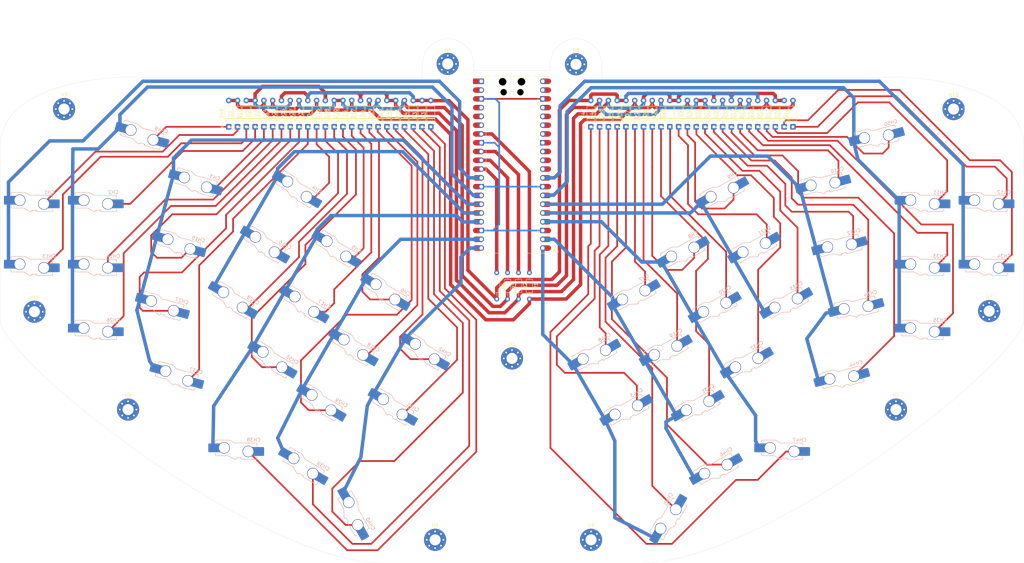
<source format=kicad_pcb>
(kicad_pcb (version 20241229) (generator "pcbnew") (generator_version "9.0")
  (layers (0 "F.Cu" signal) (2 "B.Cu" signal) (13 "F.Paste" user) (15 "B.Paste" user) (5 "F.SilkS" user "F.Silkscreen") (7 "B.SilkS" user "B.Silkscreen") (1 "F.Mask" user) (3 "B.Mask" user) (25 "Edge.Cuts" user))
  (net 0 "")
  (net 2 "GND")
  (net 3 "r0")
  (net 4 "Net-(A1-GPIO5)")
  (net 6 "c6")
  (net 7 "c3")
  (net 8 "cii")
  (net 10 "r2")
  (net 11 "c8")
  (net 15 "c0")
  (net 18 "r3")
  (net 21 "LED_3")
  (net 22 "c10")
  (net 23 "V_USB")
  (net 24 "LED_2")
  (net 25 "c11")
  (net 26 "ci")
  (net 27 "c7")
  (net 28 "c4")
  (net 29 "LED_1")
  (net 31 "c9")
  (net 33 "c1")
  (net 34 "r1")
  (net 35 "LED_0")
  (net 37 "c5")
  (net 41 "c2")
  (net 46 "Net-(D1-K)")
  (net 47 "Net-(D2-K)")
  (net 48 "Net-(D3-K)")
  (net 49 "Net-(D4-K)")
  (net 50 "Net-(D5-K)")
  (net 51 "Net-(D6-K)")
  (net 52 "Net-(D7-K)")
  (net 53 "Net-(D8-K)")
  (net 54 "Net-(D9-K)")
  (net 55 "Net-(D10-K)")
  (net 56 "Net-(D11-K)")
  (net 57 "Net-(D12-K)")
  (net 58 "Net-(D13-K)")
  (net 59 "Net-(D14-K)")
  (net 60 "Net-(D15-K)")
  (net 61 "Net-(D16-K)")
  (net 62 "Net-(D17-K)")
  (net 63 "Net-(D18-K)")
  (net 64 "Net-(D19-K)")
  (net 65 "Net-(D20-K)")
  (net 66 "Net-(D21-K)")
  (net 67 "Net-(D22-K)")
  (net 68 "Net-(D23-K)")
  (net 69 "Net-(D24-K)")
  (net 70 "Net-(D26-K)")
  (net 71 "Net-(D27-K)")
  (net 72 "Net-(D28-K)")
  (net 73 "Net-(D29-K)")
  (net 74 "Net-(D30-K)")
  (net 75 "Net-(D31-K)")
  (net 76 "Net-(D32-K)")
  (net 77 "Net-(D33-K)")
  (net 78 "Net-(D34-K)")
  (net 79 "Net-(D35-K)")
  (net 80 "Net-(D37-K)")
  (net 81 "Net-(D38-K)")
  (net 82 "Net-(D39-K)")
  (net 83 "Net-(D40-K)")
  (net 84 "Net-(D41-K)")
  (net 85 "Net-(D42-K)")
  (net 86 "Net-(D43-K)")
  (net 87 "Net-(D44-K)")
  (net 88 "Net-(D45-K)")
  (net 89 "Net-(D46-K)")
  (net 90 "Net-(D47-K)")
  (net 91 "Net-(D48-K)")
  (net 92 "Net-(D49-K)")
  (net 93 "Net-(D50-K)")
  (net 94 "Net-(A1-GPIO6)")
  (net 95 "Net-(A1-GPIO8)")
  (net 96 "Net-(A1-GPIO7)")
  (footprint "Resistor_THT:R_Axial_DIN0204_L3.6mm_D1.6mm_P7.62mm_Horizontal" (layer "F.Cu") (at 220.725 115.7975 -90)
    (property "Reference" "R3")
    (property "Value" "1k")
  )
  (footprint "Diode_THT:D_DO-35_SOD27_P7.62mm_Horizontal" (layer "F.Cu") (at 295.575 73.5775 90)
    (property "Reference" "D50")
    (property "Value" "BAT85")
  )
  (footprint "Diode_THT:D_DO-35_SOD27_P7.62mm_Horizontal" (layer "F.Cu") (at 275.255 73.5775 90)
    (property "Reference" "D32")
    (property "Value" "BAT85")
  )
  (footprint "Diode_THT:D_DO-35_SOD27_P7.62mm_Horizontal" (layer "F.Cu") (at 277.795 73.5775 90)
    (property "Reference" "D33")
    (property "Value" "BAT85")
  )
  (footprint "Diode_THT:D_DO-35_SOD27_P7.62mm_Horizontal" (layer "F.Cu") (at 147.725 73.5775 90)
    (property "Reference" "D2")
    (property "Value" "BAT85")
  )
  (footprint "Diode_THT:D_DO-35_SOD27_P7.62mm_Horizontal" (layer "F.Cu") (at 282.875 73.5775 90)
    (property "Reference" "D34")
    (property "Value" "BAT85")
  )
  (footprint "Resistor_THT:R_Axial_DIN0204_L3.6mm_D1.6mm_P7.62mm_Horizontal" (layer "F.Cu") (at 217.575 115.7975 -90)
    (property "Reference" "R4")
    (property "Value" "1k")
  )
  (footprint "Diode_THT:D_DO-35_SOD27_P7.62mm_Horizontal" (layer "F.Cu") (at 270.164062 73.568437 90)
    (property "Reference" "D21")
    (property "Value" "BAT85")
  )
  (footprint "Diode_THT:D_DO-35_SOD27_P7.62mm_Horizontal" (layer "F.Cu") (at 188.365 73.5775 90)
    (property "Reference" "D42")
    (property "Value" "BAT85")
  )
  (footprint "MountingHole:MountingHole_3.2mm_M3_Pad_Via" (layer "F.Cu") (at 199.756761 193.087873)
    (property "Reference" "H5")
    (property "Value" "MountingHole")
  )
  (footprint "Diode_THT:D_DO-35_SOD27_P7.62mm_Horizontal" (layer "F.Cu") (at 150.265 73.5775 90)
    (property "Reference" "D3")
    (property "Value" "BAT85")
  )
  (footprint "MountingHole:MountingHole_3.2mm_M3_Pad_Via" (layer "F.Cu") (at 349.65 68.45)
    (property "Reference" "H10")
    (property "Value" "MountingHole")
  )
  (footprint "MountingHole:MountingHole_3.2mm_M3_Pad_Via" (layer "F.Cu") (at 240.5 55.5)
    (property "Reference" "H8")
    (property "Value" "MountingHole")
  )
  (footprint "Diode_THT:D_DO-35_SOD27_P7.62mm_Horizontal" (layer "F.Cu") (at 162.965 73.5775 90)
    (property "Reference" "D37")
    (property "Value" "BAT85")
  )
  (footprint "Diode_THT:D_DO-35_SOD27_P7.62mm_Horizontal" (layer "F.Cu") (at 272.710746 73.580052 90)
    (property "Reference" "D9")
    (property "Value" "BAT85")
  )
  (footprint "Diode_THT:D_DO-35_SOD27_P7.62mm_Horizontal" (layer "F.Cu") (at 170.585 73.5775 90)
    (property "Reference" "D28")
    (property "Value" "BAT85")
  )
  (footprint "Diode_THT:D_DO-35_SOD27_P7.62mm_Horizontal" (layer "F.Cu") (at 247.315 73.5775 90)
    (property "Reference" "D43")
    (property "Value" "BAT85")
  )
  (footprint "Diode_THT:D_DO-35_SOD27_P7.62mm_Horizontal" (layer "F.Cu") (at 183.285 73.5775 90)
    (property "Reference" "D29")
    (property "Value" "BAT85")
  )
  (footprint "Diode_THT:D_DO-35_SOD27_P7.62mm_Horizontal" (layer "F.Cu") (at 142.645 73.5775 90)
    (property "Reference" "D1")
    (property "Value" "BAT85")
  )
  (footprint "Resistor_THT:R_Axial_DIN0204_L3.6mm_D1.6mm_P7.62mm_Horizontal" (layer "F.Cu") (at 223.875 115.7975 -90)
    (property "Reference" "R2")
    (property "Value" "1k")
  )
  (footprint "Diode_THT:D_DO-35_SOD27_P7.62mm_Horizontal" (layer "F.Cu") (at 157.885 73.5775 90)
    (property "Reference" "D15")
    (property "Value" "BAT85")
  )
  (footprint "pico_without_keepout_area:RaspberryPi_Pico_Common_Unspecified" (layer "F.Cu") (at 222 84.5375)
    (property "Reference" "A1")
    (property "Value" "RaspberryPi_Pico")
  )
  (footprint "MountingHole:MountingHole_3.2mm_M3_Pad_Via" (layer "F.Cu") (at 203.41184 55.377882)
    (property "Reference" "H4")
    (property "Value" "MountingHole")
  )
  (footprint "Diode_THT:D_DO-35_SOD27_P7.62mm_Horizontal" (layer "F.Cu") (at 145.185 73.5775 90)
    (property "Reference" "D13")
    (property "Value" "BAT85")
  )
  (footprint "Diode_THT:D_DO-35_SOD27_P7.62mm_Horizontal" (layer "F.Cu") (at 178.205 73.5775 90)
    (property "Reference" "D17")
    (property "Value" "BAT85")
  )
  (footprint "Diode_THT:D_DO-35_SOD27_P7.62mm_Horizontal" (layer "F.Cu") (at 252.395 73.5775 90)
    (property "Reference" "D45")
    (property "Value" "BAT85")
  )
  (footprint "MountingHole:MountingHole_3.2mm_M3_Pad_Via" (layer "F.Cu") (at 83.919903 127.087791)
    (property "Reference" "H11")
    (property "Value" "MountingHole")
  )
  (footprint "Diode_THT:D_DO-35_SOD27_P7.62mm_Horizontal" (layer "F.Cu") (at 265.075211 73.569647 90)
    (property "Reference" "D31")
    (property "Value" "BAT85")
  )
  (footprint "Diode_THT:D_DO-35_SOD27_P7.62mm_Horizontal" (layer "F.Cu") (at 152.805 73.5775 90)
    (property "Reference" "D14")
    (property "Value" "BAT85")
  )
  (footprint "Diode_THT:D_DO-35_SOD27_P7.62mm_Horizontal" (layer "F.Cu") (at 180.745 73.5425 90)
    (property "Reference" "D6")
    (property "Value" "BAT85")
  )
  (footprint "Diode_THT:D_DO-35_SOD27_P7.62mm_Horizontal" (layer "F.Cu") (at 298.115 73.5775 90)
    (property "Reference" "D11")
    (property "Value" "BAT85")
  )
  (footprint "Diode_THT:D_DO-35_SOD27_P7.62mm_Horizontal" (layer "F.Cu") (at 254.935 73.5775 90)
    (property "Reference" "D46")
    (property "Value" "BAT85")
  )
  (footprint "Diode_THT:D_DO-35_SOD27_P7.62mm_Horizontal" (layer "F.Cu") (at 290.495 73.5775 90)
    (property "Reference" "D23")
    (property "Value" "BAT85")
  )
  (footprint "MountingHole:MountingHole_3.2mm_M3_Pad_Via" (layer "F.Cu") (at 92.5 68.45)
    (property "Reference" "H3")
    (property "Value" "MountingHole")
  )
  (footprint "MountingHole:MountingHole_3.2mm_M3_Pad_Via" (layer "F.Cu") (at 222 140.6)
    (property "Reference" "H1")
    (property "Value" "MountingHole")
  )
  (footprint "Diode_THT:D_DO-35_SOD27_P7.62mm_Horizontal" (layer "F.Cu") (at 173.125 73.5775 90)
    (property "Reference" "D30")
    (property "Value" "BAT85")
  )
  (footprint "Diode_THT:D_DO-35_SOD27_P7.62mm_Horizontal" (layer "F.Cu") (at 293.035 73.5775 90)
    (property "Reference" "D35")
    (property "Value" "BAT85")
  )
  (footprint "Diode_THT:D_DO-35_SOD27_P7.62mm_Horizontal" (layer "F.Cu") (at 280.335 73.5775 90)
    (property "Reference" "D22")
    (property "Value" "BAT85")
  )
  (footprint "Diode_THT:D_DO-35_SOD27_P7.62mm_Horizontal" (layer "F.Cu") (at 244.775 73.5775 90)
    (property "Reference" "D47")
    (property "Value" "BAT85")
  )
  (footprint "Diode_THT:D_DO-35_SOD27_P7.62mm_Horizontal" (layer "F.Cu") (at 267.615211 73.569647 90)
    (property "Reference" "D20")
    (property "Value" "BAT85")
  )
  (footprint "Diode_THT:D_DO-35_SOD27_P7.62mm_Horizontal" (layer "F.Cu") (at 168.045 73.5775 90)
    (property "Reference" "D16")
    (property "Value" "BAT85")
  )
  (footprint "Diode_THT:D_DO-35_SOD27_P7.62mm_Horizontal" (layer "F.Cu") (at 185.825 73.5775 90)
    (property "Reference" "D18")
    (property "Value" "BAT85")
  )
  (footprint "Diode_THT:D_DO-35_SOD27_P7.62mm_Horizontal" (layer "F.Cu") (at 262.535211 73.569647 90)
    (property "Reference" "D8")
    (property "Value" "BAT85")
  )
  (footprint "Diode_THT:D_DO-35_SOD27_P7.62mm_Horizontal" (layer "F.Cu") (at 285.415 73.5775 90)
    (property "Reference" "D44")
    (property "Value" "BAT85")
  )
  (footprint "Diode_THT:D_DO-35_SOD27_P7.62mm_Horizontal" (layer "F.Cu") (at 198.525 73.5775 90)
    (property "Reference" "D38")
    (property "Value" "BAT85")
  )
  (footprint "Diode_THT:D_DO-35_SOD27_P7.62mm_Horizontal" (layer "F.Cu") (at 303.216014 73.575809 90)
    (property "Reference" "D12")
    (property "Value" "BAT85")
  )
  (footprint "Diode_THT:D_DO-35_SOD27_P7.62mm_Horizontal" (layer "F.Cu") (at 260.015 73.5775 90)
    (property "Reference" "D19")
    (property "Value" "BAT85")
  )
  (footprint "Diode_THT:D_DO-35_SOD27_P7.62mm_Horizontal" (layer "F.Cu") (at 257.475 73.5775 90)
    (property "Reference" "D7")
    (property "Value" "BAT85")
  )
  (footprint "Diode_THT:D_DO-35_SOD27_P7.62mm_Horizontal" (layer "F.Cu") (at 140.105 73.5775 90)
    (property "Reference" "D49")
    (property "Value" "BAT85")
  )
  (footprint "Resistor_THT:R_Axial_DIN0204_L3.6mm_D1.6mm_P7.62mm_Horizontal" (layer "F.Cu") (at 227.025 115.7975 -90)
    (property "Reference" "R1")
    (property "Value" "1k")
  )
  (footprint "Diode_THT:D_DO-35_SOD27_P7.62mm_Horizontal" (layer "F.Cu") (at 195.985 73.5775 90)
    (property "Reference" "D39")
    (property "Value" "BAT85")
  )
  (footprint "Diode_THT:D_DO-35_SOD27_P7.62mm_Horizontal" (layer "F.Cu") (at 160.425 73.5775 90)
    (property "Reference" "D27")
    (property "Value" "BAT85")
  )
  (footprint "MountingHole:MountingHole_3.2mm_M3_Pad_Via" (layer "F.Cu") (at 359.949138 126.90299)
    (property "Reference" "H7")
    (property "Value" "MountingHole")
  )
  (footprint "Diode_THT:D_DO-35_SOD27_P7.62mm_Horizontal" (layer "F.Cu") (at 175.665 73.5775 90)
    (property "Reference" "D5")
    (property "Value" "BAT85")
  )
  (footprint "MountingHole:MountingHole_3.2mm_M3_Pad_Via" (layer "F.Cu") (at 111 155.4)
    (property "Reference" "H6")
    (property "Value" "MountingHole")
  )
  (footprint "Diode_THT:D_DO-35_SOD27_P7.62mm_Horizontal" (layer "F.Cu") (at 190.905 73.5775 90)
    (property "Reference" "D41")
    (property "Value" "BAT85")
  )
  (footprint "MountingHole:MountingHole_3.2mm_M3_Pad_Via" (layer "F.Cu") (at 244.838781 193.087873)
    (property "Reference" "H9")
    (property "Value" "MountingHole")
  )
  (footprint "Diode_THT:D_DO-35_SOD27_P7.62mm_Horizontal" (layer "F.Cu") (at 249.855 73.5775 90)
    (property "Reference" "D48")
    (property "Value" "BAT85")
  )
  (footprint "Diode_THT:D_DO-35_SOD27_P7.62mm_Horizontal" (layer "F.Cu") (at 155.345 73.5775 90)
    (property "Reference" "D26")
    (property "Value" "BAT85")
  )
  (footprint "Diode_THT:D_DO-35_SOD27_P7.62mm_Horizontal" (layer "F.Cu") (at 165.505 73.5775 90)
    (property "Reference" "D4")
    (property "Value" "BAT85")
  )
  (footprint "MountingHole:MountingHole_3.2mm_M3_Pad_Via" (layer "F.Cu") (at 333 155.4)
    (property "Reference" "H2")
    (property "Value" "MountingHole")
  )
  (footprint "Diode_THT:D_DO-35_SOD27_P7.62mm_Horizontal" (layer "F.Cu") (at 287.955 73.5775 90)
    (property "Reference" "D10")
    (property "Value" "BAT85")
  )
  (footprint "Diode_THT:D_DO-35_SOD27_P7.62mm_Horizontal" (layer "F.Cu") (at 300.663524 73.577303 90)
    (property "Reference" "D24")
    (property "Value" "BAT85")
  )
  (footprint "Diode_THT:D_DO-35_SOD27_P7.62mm_Horizontal" (layer "F.Cu") (at 193.445 73.5775 90)
    (property "Reference" "D40")
    (property "Value" "BAT85")
  )
  (footprint "packed_switches_library:SW_KS33_HS_1u_18.5mm" (layer "B.Cu") (at 326.889525 71.122028 -165)
    (property "Reference" "CH50")
    (property "Value" "KS33_SW_HS")
  )
  (footprint "packed_switches_library:SW_KS33_HS_1u_18.5mm" (layer "B.Cu") (at 190.933849 150.546886 150)
    (property "Reference" "CH41")
    (property "Value" "KS33_SW_HS")
  )
  (footprint "packed_switches_library:SW_KS33_HS_1u_18.5mm" (layer "B.Cu") (at 269.523259 104.810387 -150)
    (property "Reference" "CH8")
    (property "Value" "KS33_SW_HS")
  )
  (footprint "packed_switches_library:SW_KS33_HS_1u_18.5mm" (layer "B.Cu") (at 263.074952 183.66306 -120)
    (property "Reference" "CH45")
    (property "Value" "KS33_SW_HS")
  )
  (footprint "packed_switches_library:SW_KS33_HS_1u_18.5mm" (layer "B.Cu") (at 200.183849 134.525416 150)
    (property "Reference" "CH42")
    (property "Value" "KS33_SW_HS")
  )
  (footprint "packed_switches_library:SW_KS33_HS_1u_18.5mm" (layer "B.Cu") (at 165.042746 167.641591 150)
    (property "Reference" "CH39")
    (property "Value" "KS33_SW_HS")
  )
  (footprint "packed_switches_library:SW_KS33_HS_1u_18.5mm" (layer "B.Cu") (at 360.069168 90.124988 180)
    (property "Reference" "CH12")
    (property "Value" "KS33_SW_HS")
  )
  (footprint "packed_switches_library:SW_KS33_HS_1u_18.5mm" (layer "B.Cu") (at 163.219439 87.549654 150)
    (property "Reference" "CH4")
    (property "Value" "KS33_SW_HS")
  )
  (footprint "packed_switches_library:SW_KS33_HS_1u_18.5mm" (layer "B.Cu") (at 290.169729 103.571122 -150)
    (property "Reference" "CH21")
    (property "Value" "KS33_SW_HS")
  )
  (footprint "packed_switches_library:SW_KS33_HS_1u_18.5mm" (layer "B.Cu") (at 278.773259 120.831857 -150)
    (property "Reference" "CH20")
    (property "Value" "KS33_SW_HS")
  )
  (footprint "packed_switches_library:SW_KS33_HS_1u_18.5mm" (layer "B.Cu") (at 102.57 90.124989 180)
    (property "Reference" "CH2")
    (property "Value" "KS33_SW_HS")
  )
  (footprint "packed_switches_library:SW_KS33_HS_1u_18.5mm" (layer "B.Cu") (at 132.725195 84.844995 165)
    (property "Reference" "CH3")
    (property "Value" "KS33_SW_HS")
  )
  (footprint "packed_switches_library:SW_KS33_HS_1u_18.5mm" (layer "B.Cu") (at 341.569168 90.124988 180)
    (property "Reference" "CH11")
    (property "Value" "KS33_SW_HS")
  )
  (footprint "packed_switches_library:SW_KS33_HS_1u_18.5mm" (layer "B.Cu") (at 299.419729 119.592591 -150)
    (property "Reference" "CH33")
    (property "Value" "KS33_SW_HS")
  )
  (footprint "packed_switches_library:SW_KS33_HS_1u_18.5mm" (layer "B.Cu") (at 311.413973 84.844994 -165)
    (property "Reference" "CH10")
    (property "Value" "KS33_SW_HS")
  )
  (footprint "packed_switches_library:SW_KS33_HS_1u_18.5mm" (layer "B.Cu") (at 174.615909 104.810387 150)
    (property "Reference" "CH5")
    (property "Value" "KS33_SW_HS")
  )
  (footprint "packed_switches_library:SW_KS33_HS_1u_18.5mm" (layer "B.Cu") (at 179.537379 133.286151 150)
    (property "Reference" "CH18")
    (property "Value" "KS33_SW_HS")
  )
  (footprint "packed_switches_library:SW_KS33_HS_1u_18.5mm" (layer "B.Cu") (at 84.07 108.624989 180)
    (property "Reference" "CH13")
    (property "Value" "KS33_SW_HS")
  )
  (footprint "packed_switches_library:SW_KS33_HS_1u_18.5mm" (layer "B.Cu") (at 316.843616 140.847954 -165)
    (property "Reference" "CH44")
    (property "Value" "KS33_SW_HS")
  )
  (footprint "packed_switches_library:SW_KS33_HS_1u_18.5mm" (layer "B.Cu") (at 84.07 90.124989 180)
    (property "Reference" "CH1")
    (property "Value" "KS33_SW_HS")
  )
  (footprint "packed_switches_library:SW_KS33_HS_1u_18.5mm" (layer "B.Cu") (at 273.851789 149.30762 -150)
    (property "Reference" "CH31")
    (property "Value" "KS33_SW_HS")
  )
  (footprint "packed_switches_library:SW_KS33_HS_1u_18.5mm" (layer "B.Cu") (at 288.023259 136.853326 -150)
    (property "Reference" "CH32")
    (property "Value" "KS33_SW_HS")
  )
  (footprint "packed_switches_library:SW_KS33_HS_1u_18.5mm" (layer "B.Cu") (at 316.202125 102.714622 -165)
    (property "Reference" "CH22")
    (property "Value" "KS33_SW_HS")
  )
  (footprint "packed_switches_library:SW_KS33_HS_1u_18.5mm" (layer "B.Cu") (at 117.249643 71.122029 165)
    (property "Reference" "CH49")
    (property "Value" "KS33_SW_HS")
  )
  (footprint "packed_switches_library:SW_KS33_HS_1u_18.5mm" (layer "B.Cu") (at 170.287379 149.307621 150)
    (property "Reference" "CH29")
    (property "Value" "KS33_SW_HS")
  )
  (footprint "packed_switches_library:SW_KS33_HS_1u_18.5mm" (layer "B.Cu") (at 143.157011 161.777326 180)
    (property "Reference" "CH38")
    (property "Value" "KS33_SW_HS")
  )
  (footprint "packed_switches_library:SW_KS33_HS_1u_18.5mm" (layer "B.Cu") (at 341.569168 127.124988 180)
    (property "Reference" "CH35")
    (property "Value" "KS33_SW_HS")
  )
  (footprint "packed_switches_library:SW_KS33_HS_1u_18.5mm" (layer "B.Cu") (at 255.351789 117.264681 -150)
    (property "Reference" "CH7")
    (property "Value" "KS33_SW_HS")
  )
  (footprint "packed_switches_library:SW_KS33_HS_1u_18.5mm" (layer "B.Cu") (at 153.969439 103.571123 150)
    (property "Reference" "CH16")
    (property "Value" "KS33_SW_HS")
  )
  (footprint "packed_switches_library:SW_KS33_HS_1u_18.5mm" (layer "B.Cu") (at 280.919729 87.549652 -150)
    (property "Reference" "CH9")
    (property "Value" "KS33_SW_HS")
  )
  (footprint "packed_switches_library:SW_KS33_HS_1u_18.5mm" (layer "B.Cu") (at 123.14889 120.584251 165)
    (property "Reference" "CH27")
    (property "Value" "KS33_SW_HS")
  )
  (footprint "packed_switches_library:SW_KS33_HS_1u_18.5mm" (layer "B.Cu") (at 279.096422 167.64159 -150)
    (property "Reference" "CH46")
    (property "Value" "KS33_SW_HS")
  )
  (footprint "packed_switches_library:SW_KS33_HS_1u_18.5mm" (layer "B.Cu") (at 181.064216 183.663061 120)
    (property "Reference" "CH40")
    (property "Value" "KS33_SW_HS")
  )
  (footprint "packed_switches_library:SW_KS33_HS_1u_18.5mm" (layer "B.Cu") (at 165.365909 120.831857 150)
    (property "Reference" "CH17")
    (property "Value" "KS33_SW_HS")
  )
  (footprint "packed_switches_library:SW_KS33_HS_1u_18.5mm" (layer "B.Cu") (at 360.069168 108.624988 180)
    (property "Reference" "CH24")
    (property "Value" "KS33_SW_HS")
  )
  (footprint "packed_switches_library:SW_KS33_HS_1u_18.5mm" (layer "B.Cu") (at 127.295552 140.847955 165)
    (property "Reference" "CH37")
    (property "Value" "KS33_SW_HS")
  )
  (footprint "packed_switches_library:SW_KS33_HS_1u_18.5mm" (layer "B.Cu") (at 243.955319 134.525416 -150)
    (property "Reference" "CH48")
    (property "Value" "KS33_SW_HS")
  )
  (footprint "packed_switches_library:SW_KS33_HS_1u_18.5mm" (layer "B.Cu") (at 188.787379 117.264681 150)
    (property "Reference" "CH6")
    (property "Value" "KS33_SW_HS")
  )
  (footprint "packed_switches_library:SW_KS33_HS_1u_18.5mm" (layer "B.Cu") (at 156.115909 136.853327 150)
    (property "Reference" "CH30")
    (property "Value" "KS33_SW_HS")
  )
  (footprint "packed_switches_library:SW_KS33_HS_1u_18.5mm" (layer "B.Cu") (at 144.719439 119.592592 150)
    (property "Reference" "CH28")
    (property "Value" "KS33_SW_HS")
  )
  (footprint "packed_switches_library:SW_KS33_HS_1u_18.5mm" (layer "B.Cu") (at 341.569168 108.624988 180)
    (property "Reference" "CH23")
    (property "Value" "KS33_SW_HS")
  )
  (footprint "packed_switches_library:SW_KS33_HS_1u_18.5mm" (layer "B.Cu") (at 320.990278 120.58425 -165)
    (property "Reference" "CH34")
    (property "Value" "KS33_SW_HS")
  )
  (footprint "packed_switches_library:SW_KS33_HS_1u_18.5mm" (layer "B.Cu") (at 127.937043 102.714623 165)
    (property "Reference" "CH15")
    (property "Value" "KS33_SW_HS")
  )
  (footprint "packed_switches_library:SW_KS33_HS_1u_18.5mm" (layer "B.Cu") (at 264.601789 133.286151 -150)
    (property "Reference" "CH19")
    (property "Value" "KS33_SW_HS")
  )
  (footprint "packed_switches_library:SW_KS33_HS_1u_18.5mm" (layer "B.Cu") (at 253.205319 150.546885 -150)
    (property "Reference" "CH43")
    (property "Value" "KS33_SW_HS")
  )
  (footprint "packed_switches_library:SW_KS33_HS_1u_18.5mm" (layer "B.Cu") (at 102.57 108.624989 180)
    (property "Reference" "CH14")
    (property "Value" "KS33_SW_HS")
  )
  (footprint "packed_switches_library:SW_KS33_HS_1u_18.5mm" (layer "B.Cu") (at 300.982157 161.777325 180)
    (property "Reference" "CH47")
    (property "Value" "KS33_SW_HS")
  )
  (footprint "packed_switches_library:SW_KS33_HS_1u_18.5mm" (layer "B.Cu") (at 102.57 127.124989 180)
    (property "Reference" "CH26")
    (property "Value" "KS33_SW_HS")
  )
  (gr_line (start 247.9 59.2) (end 333 59.2) (stroke (width 0.05)) (layer "Edge.Cuts"))
  (gr_curve (pts (xy 370 79.55) (xy 370 59.2) (xy 333 59.2) (xy 333 59.2)) (stroke (width 0.05)) (layer "Edge.Cuts"))
  (gr_curve (pts (xy 185 199.8) (xy 148 199.8) (xy 74 140.6) (xy 74 129.5)) (stroke (width 0.05)) (layer "Edge.Cuts"))
  (gr_line (start 185 199.8) (end 259 199.8) (stroke (width 0.05)) (layer "Edge.Cuts"))
  (gr_curve (pts (xy 259 199.8) (xy 296 199.8) (xy 370 140.6) (xy 370 129.5)) (stroke (width 0.05)) (layer "Edge.Cuts"))
  (gr_line (start 74 79.55) (end 74 118.4) (stroke (width 0.05)) (layer "Edge.Cuts"))
  (gr_curve (pts (xy 74 129.5) (xy 74 118.4) (xy 74 118.4) (xy 74 118.4)) (stroke (width 0.05)) (layer "Edge.Cuts"))
  (gr_line (start 370 79.55) (end 370 118.4) (stroke (width 0.05)) (layer "Edge.Cuts"))
  (gr_arc (start 196.1 55.5) (mid 203.5 48.1) (end 210.9 55.5) (stroke (width 0.05)) (layer "Edge.Cuts"))
  (gr_line (start 210.9 57.35) (end 233.1 57.35) (stroke (width 0.05)) (layer "Edge.Cuts"))
  (gr_curve (pts (xy 370 129.5) (xy 370 118.4) (xy 370 118.4) (xy 370 118.4)) (stroke (width 0.05)) (layer "Edge.Cuts"))
  (gr_line (start 210.9 55.5) (end 210.9 57.35) (stroke (width 0.05)) (layer "Edge.Cuts"))
  (gr_line (start 196.1 59.2) (end 111 59.2) (stroke (width 0.05)) (layer "Edge.Cuts"))
  (gr_curve (pts (xy 74 79.55) (xy 74 59.2) (xy 111 59.2) (xy 111 59.2)) (stroke (width 0.05)) (layer "Edge.Cuts"))
  (gr_line (start 247.9 55.5) (end 247.9 59.2) (stroke (width 0.05)) (layer "Edge.Cuts"))
  (gr_line (start 233.1 55.5) (end 233.1 57.35) (stroke (width 0.05)) (layer "Edge.Cuts"))
  (gr_arc (start 233.1 55.5) (mid 240.5 48.1) (end 247.9 55.5) (stroke (width 0.05)) (layer "Edge.Cuts"))
  (gr_line (start 196.1 55.5) (end 196.1 59.2) (stroke (width 0.05)) (layer "Edge.Cuts"))
  (segment (start 231.69 65.4875) (end 212.31 65.4875) (width 0.5) (layer "F.Cu") (net 2))
  (segment (start 217.1875 65.4875) (end 218.3 66.6) (width 0.5) (layer "B.Cu") (net 2))
  (segment (start 218.3 90.8875) (end 230.89 90.8875) (width 0.5) (layer "B.Cu") (net 2))
  (segment (start 218.3 79.55) (end 218.3 90.8875) (width 0.5) (layer "B.Cu") (net 2))
  (segment (start 213.11 65.4875) (end 217.1875 65.4875) (width 0.5) (layer "B.Cu") (net 2))
  (segment (start 216.45 103.5875) (end 216.4625 103.5875) (width 0.5) (layer "B.Cu") (net 2))
  (segment (start 213.11 90.8875) (end 218.3 90.8875) (width 0.5) (layer "B.Cu") (net 2))
  (segment (start 216.45 103.5875) (end 213.11 103.5875) (width 0.5) (layer "B.Cu") (net 2))
  (segment (start 218.3 101.75) (end 218.3 90.8875) (width 0.5) (layer "B.Cu") (net 2))
  (segment (start 218.3 66.6) (end 218.3 79.55) (width 0.5) (layer "B.Cu") (net 2))
  (segment (start 213.11 78.1875) (end 216.9375 78.1875) (width 0.5) (layer "B.Cu") (net 2))
  (segment (start 230.89 103.5875) (end 216.45 103.5875) (width 0.5) (layer "B.Cu") (net 2))
  (segment (start 216.9375 78.1875) (end 218.3 79.55) (width 0.5) (layer "B.Cu") (net 2))
  (segment (start 216.4625 103.5875) (end 218.3 101.75) (width 0.5) (layer "B.Cu") (net 2))
  (segment (start 257.475 65.9575) (end 257.475 67.1875) (width 1) (layer "F.Cu") (net 3))
  (segment (start 288.62 67.9925) (end 294.76 67.9925) (width 1) (layer "F.Cu") (net 3))
  (segment (start 142.645 67.296296) (end 143.279721 67.931017) (width 1) (layer "F.Cu") (net 3))
  (segment (start 262.535211 67.252711) (end 263.275 67.9925) (width 1) (layer "F.Cu") (net 3))
  (segment (start 258.28 67.9925) (end 261.795422 67.9925) (width 1) (layer "F.Cu") (net 3))
  (segment (start 241.815 119.2375) (end 241.815 72.6175) (width 1) (layer "F.Cu") (net 3))
  (segment (start 166.34 68.7325) (end 165.6 67.9925) (width 1) (layer "F.Cu") (net 3))
  (segment (start 180.17 68.7325) (end 180.745 68.1575) (width 1) (layer "F.Cu") (net 3))
  (segment (start 151.666204 70.0275) (end 163.565 70.0275) (width 1) (layer "F.Cu") (net 3))
  (segment (start 165.505 65.9575) (end 165.505 67.8975) (width 1) (layer "F.Cu") (net 3))
  (segment (start 272.710746 67.251754) (end 272.710746 65.960052) (width 1) (layer "F.Cu") (net 3))
  (segment (start 303.216014 65.955809) (end 303.216014 67.271486) (width 1) (layer "F.Cu") (net 3))
  (segment (start 165.6 67.9925) (end 165.505 67.8975) (width 1) (layer "F.Cu") (net 3))
  (segment (start 214.435 129.4125) (end 204.26 119.2375) (width 1) (layer "F.Cu") (net 3))
  (segment (start 150.265 67.0425) (end 150.265 65.9575) (width 1) (layer "F.Cu") (net 3))
  (segment (start 261.795422 67.9925) (end 262.535211 67.252711) (width 1) (layer "F.Cu") (net 3))
  (segment (start 149.376483 67.931017) (end 150.265 67.0425) (width 1) (layer "F.Cu") (net 3))
  (segment (start 150.24 65.9825) (end 150.24 68.601296) (width 1) (layer "F.Cu") (net 3))
  (segment (start 227.025 123.4175) (end 227.025 124.7775) (width 1) (layer "F.Cu") (net 3))
  (segment (start 242.925 71.5075) (end 253.1 71.5075) (width 1) (layer "F.Cu") (net 3))
  (segment (start 287.955 65.9575) (end 287.955 67.3275) (width 1) (layer "F.Cu") (net 3))
  (segment (start 287.29 67.9925) (end 273.45 67.9925) (width 1) (layer "F.Cu") (net 3))
  (segment (start 257.475 67.1875) (end 258.28 67.9925) (width 1) (layer "F.Cu") (net 3))
  (segment (start 150.24 68.601296) (end 151.666204 70.0275) (width 1) (layer "F.Cu") (net 3))
  (segment (start 227.025 124.7775) (end 222.39 129.4125) (width 1) (layer "F.Cu") (net 3))
  (segment (start 143.279721 67.931017) (end 149.376483 67.931017) (width 1) (layer "F.Cu") (net 3))
  (segment (start 174.845 68.7325) (end 166.34 68.7325) (width 1) (layer "F.Cu") (net 3))
  (segment (start 272.71 67.2525) (end 272.710746 67.251754) (width 1) (layer "F.Cu") (net 3))
  (segment (start 175.665 65.9575) (end 175.665 67.7025) (width 1) (layer "F.Cu") (net 3))
  (segment (start 273.45 67.9925) (end 272.71 67.2525) (width 1) (layer "F.Cu") (net 3))
  (segment (start 257.475 67.1325) (end 257.475 65.9575) (width 1) (layer "F.Cu") (net 3))
  (segment (start 150.265 65.9575) (end 150.24 65.9825) (width 1) (layer "F.Cu") (net 3))
  (segment (start 253.1 71.5075) (end 257.475 67.1325) (width 1) (layer "F.Cu") (net 3))
  (segment (start 295.575 67.1775) (end 295.575 65.9575) (width 1) (layer "F.Cu") (net 3))
  (segment (start 287.955 67.3275) (end 287.29 67.9925) (width 1) (layer "F.Cu") (net 3))
  (segment (start 302.495 67.9925) (end 296.39 67.9925) (width 1) (layer "F.Cu") (net 3))
  (segment (start 271.97 67.9925) (end 272.71 67.2525) (width 1) (layer "F.Cu") (net 3))
  (segment (start 296.39 67.9925) (end 295.575 67.1775) (width 1) (layer "F.Cu") (net 3))
  (segment (start 263.275 67.9925) (end 271.97 67.9925) (width 1) (layer "F.Cu") (net 3))
  (segment (start 180.745 68.1575) (end 180.745 65.9225) (width 1) (layer "F.Cu") (net 3))
  (segment (start 227.025 123.4175) (end 237.635 123.4175) (width 1) (layer "F.Cu") (net 3))
  (segment (start 262.535211 65.949647) (end 262.535211 67.252711) (width 1) (layer "F.Cu") (net 3))
  (segment (start 175.665 65.9575) (end 175.665 68.0725) (width 1) (layer "F.Cu") (net 3))
  (segment (start 183.91 71.3225) (end 180.745 68.1575) (width 1) (layer "F.Cu") (net 3))
  (segment (start 199.82 71.3225) (end 183.91 71.3225) (width 1) (layer "F.Cu") (net 3))
  (segment (start 237.635 123.4175) (end 241.815 119.2375) (width 1) (layer "F.Cu") (net 3))
  (segment (start 241.815 72.6175) (end 242.925 71.5075) (width 1) (layer "F.Cu") (net 3))
  (segment (start 174.845 68.7325) (end 175.505 68.0725) (width 1) (layer "F.Cu") (net 3))
  (segment (start 204.26 75.7625) (end 199.82 71.3225) (width 1) (layer "F.Cu") (net 3))
  (segment (start 204.26 119.2375) (end 204.26 75.7625) (width 1) (layer "F.Cu") (net 3))
  (segment (start 303.216014 67.271486) (end 302.495 67.9925) (width 1) (layer "F.Cu") (net 3))
  (segment (start 163.565 70.0275) (end 165.6 67.9925) (width 1) (layer "F.Cu") (net 3))
  (segment (start 142.645 65.9575) (end 142.645 67.296296) (width 1) (layer "F.Cu") (net 3))
  (segment (start 175.665 68.0725) (end 176.325 68.7325) (width 1) (layer "F.Cu") (net 3))
  (segment (start 222.39 129.4125) (end 214.435 129.4125) (width 1) (layer "F.Cu") (net 3))
  (segment (start 176.325 68.7325) (end 180.17 68.7325) (width 1) (layer "F.Cu") (net 3))
  (segment (start 175.505 68.0725) (end 175.665 68.0725) (width 1) (layer "F.Cu") (net 3))
  (segment (start 140.105 65.9575) (end 142.645 65.9575) (width 1) (layer "F.Cu") (net 3))
  (segment (start 287.955 67.3275) (end 288.62 67.9925) (width 1) (layer "F.Cu") (net 3))
  (segment (start 294.76 67.9925) (end 295.575 67.1775) (width 1) (layer "F.Cu") (net 3))
  (segment (start 227.025 115.7975) (end 227.025 86.5025) (width 1) (layer "F.Cu") (net 4))
  (segment (start 216.17 75.6475) (end 213.11 75.6475) (width 1) (layer "F.Cu") (net 4))
  (segment (start 227.025 86.5025) (end 216.17 75.6475) (width 1) (layer "F.Cu") (net 4))
  (segment (start 266.517631 160.796056) (end 266.517631 158.946056) (width 1) (layer "B.Cu") (net 6))
  (segment (start 251.081025 122.953525) (end 251.081025 125.1575) (width 1) (layer "B.Cu") (net 6))
  (segment (start 234.255 106.1275) (end 251.081025 122.953525) (width 1) (layer "B.Cu") (net 6))
  (segment (start 274.825658 175.534409) (end 266.517631 160.796056) (width 1) (layer "B.Cu") (net 6))
  (segment (start 251.081025 125.1575) (end 260.331025 141.17897) (width 1) (layer "B.Cu") (net 6))
  (segment (start 266.517631 158.946056) (end 269.581025 157.200439) (width 1) (layer "B.Cu") (net 6))
  (segment (start 230.89 106.1275) (end 234.255 106.1275) (width 1) (layer "B.Cu") (net 6))
  (segment (start 260.331025 141.17897) (end 269.581025 157.200439) (width 1) (layer "B.Cu") (net 6))
  (segment (start 190.385 80.7575) (end 208.135 98.5075) (width 1) (layer "B.Cu") (net 7))
  (segment (start 154.248675 87.797473) (end 144.998675 103.818942) (width 1) (layer "B.Cu") (net 7))
  (segment (start 144.998675 103.818942) (end 135.748675 119.840411) (width 1) (layer "B.Cu") (net 7))
  (segment (start 154.248675 87.797473) (end 154.248675 85.628825) (width 1) (layer "B.Cu") (net 7))
  (segment (start 208.135 98.5075) (end 213.11 98.5075) (width 1) (layer "B.Cu") (net 7))
  (segment (start 159.12 80.7575) (end 190.385 80.7575) (width 1) (layer "B.Cu") (net 7))
  (segment (start 154.248675 85.628825) (end 159.12 80.7575) (width 1) (layer "B.Cu") (net 7))
  (segment (start 251.717631 164.496056) (end 248.934555 158.439704) (width 1) (layer "B.Cu") (net 8))
  (segment (start 230.89 108.6675) (end 230.89 133.6575) (width 1) (layer "B.Cu") (net 8))
  (segment (start 230.89 133.6575) (end 234.415 137.1825) (width 1) (layer "B.Cu") (net 8))
  (segment (start 234.415 137.1825) (end 234.44882 137.1825) (width 1) (layer "B.Cu") (net 8))
  (segment (start 234.44882 137.1825) (end 239.684555 142.418235) (width 1) (layer "B.Cu") (net 8))
  (segment (start 239.684555 142.418235) (end 248.934555 158.439704) (width 1) (layer "B.Cu") (net 8))
  (segment (start 251.717631 186.696056) (end 263.322771 192.633824) (width 1) (layer "B.Cu") (net 8))
  (segment (start 251.717631 186.696056) (end 251.717631 164.496056) (width 1) (layer "B.Cu") (net 8))
  (segment (start 220.725 123.4175) (end 218.615 125.5275) (width 1) (layer "F.Cu") (net 10))
  (segment (start 239.78 67.9925) (end 245.7 67.9925) (width 1) (layer "F.Cu") (net 10))
  (segment (start 216.47 125.5275) (end 207.59 116.6475) (width 1) (layer "F.Cu") (net 10))
  (segment (start 234.97 119.4225) (end 237.745 116.6475) (width 1) (layer "F.Cu") (net 10))
  (segment (start 191.865 67.9925) (end 190.94 67.0675) (width 1) (layer "F.Cu") (net 10))
  (segment (start 220.725 121.0875) (end 222.39 119.4225) (width 1) (layer "F.Cu") (net 10))
  (segment (start 222.39 119.4225) (end 234.97 119.4225) (width 1) (layer "F.Cu") (net 10))
  (segment (start 245.7 67.9925) (end 247.315 66.3775) (width 1) (layer "F.Cu") (net 10))
  (segment (start 159.683238 68.3625) (end 153.886204 68.3625) (width 1) (layer "F.Cu") (net 10))
  (segment (start 247.315 66.3775) (end 247.315 65.9575) (width 1) (layer "F.Cu") (net 10))
  (segment (start 207.59 116.6475) (end 207.59 73.1725) (width 1) (layer "F.Cu") (net 10))
  (segment (start 275.255 65.9575) (end 277.795 65.9575) (width 1) (layer "F.Cu") (net 10))
  (segment (start 202.41 67.9925) (end 191.865 67.9925) (width 1) (layer "F.Cu") (net 10))
  (segment (start 207.59 73.1725) (end 202.41 67.9925) (width 1) (layer "F.Cu") (net 10))
  (segment (start 170.585 65.9575) (end 173.125 65.9575) (width 1) (layer "F.Cu") (net 10))
  (segment (start 152.805 67.281296) (end 152.805 65.9575) (width 1) (layer "F.Cu") (net 10))
  (segment (start 190.94 67.0675) (end 190.94 65.9925) (width 1) (layer "F.Cu") (net 10))
  (segment (start 153.886204 68.3625) (end 152.805 67.281296) (width 1) (layer "F.Cu") (net 10))
  (segment (start 160.425 65.9575) (end 160.425 67.620738) (width 1) (layer "F.Cu") (net 10))
  (segment (start 160.425 67.620738) (end 159.683238 68.3625) (width 1) (layer "F.Cu") (net 10))
  (segment (start 237.745 70.0275) (end 239.78 67.9925) (width 1) (layer "F.Cu") (net 10))
  (segment (start 237.745 116.6475) (end 237.745 70.0275) (width 1) (layer "F.Cu") (net 10))
  (segment (start 220.725 123.4175) (end 220.725 121.0875) (width 1) (layer "F.Cu") (net 10))
  (segment (start 190.94 65.9925) (end 190.905 65.9575) (width 1) (layer "F.Cu") (net 10))
  (segment (start 218.615 125.5275) (end 216.47 125.5275) (width 1) (layer "F.Cu") (net 10))
  (segment (start 277.795 67.1575) (end 277.795 65.9575) (width 1) (layer "B.Cu") (net 10))
  (segment (start 249.215 70.0275) (end 263.275 70.0275) (width 1) (layer "B.Cu") (net 10))
  (segment (start 265.075211 67.387711) (end 265.075211 65.949647) (width 1) (layer "B.Cu") (net 10))
  (segment (start 182.06 67.9925) (end 173.92 67.9925) (width 1) (layer "B.Cu") (net 10))
  (segment (start 173.125 67.1975) (end 173.125 65.9575) (width 1) (layer "B.Cu") (net 10))
  (segment (start 160.425 65.9575) (end 160.425 67.4475) (width 1) (layer "B.Cu") (net 10))
  (segment (start 278.63 67.9925) (end 277.795 67.1575) (width 1) (layer "B.Cu") (net 10))
  (segment (start 274.56 67.9925) (end 265.68 67.9925) (width 1) (layer "B.Cu") (net 10))
  (segment (start 189.46 68.3625) (end 184.000558 68.3625) (width 1) (layer "B.Cu") (net 10))
  (segment (start 283.42 67.9925) (end 282.875 67.4475) (width 1) (layer "B.Cu") (net 10))
  (segment (start 275.255 65.9575) (end 275.255 67.2975) (width 1) (layer "B.Cu") (net 10))
  (segment (start 182.845279 66.397221) (end 182.845279 67.207221) (width 1) (layer "B.Cu") (net 10))
  (segment (start 247.315 68.1275) (end 249.215 70.0275) (width 1) (layer "B.Cu") (net 10))
  (segment (start 265.68 67.9925) (end 265.075211 67.387711) (width 1) (layer "B.Cu") (net 10))
  (segment (start 282.33 67.9925) (end 278.63 67.9925) (width 1) (layer "B.Cu") (net 10))
  (segment (start 247.315 65.9575) (end 247.315 68.1275) (width 1) (layer "B.Cu") (net 10))
  (segment (start 275.255 67.2975) (end 274.56 67.9925) (width 1) (layer "B.Cu") (net 10))
  (segment (start 190.465279 67.357221) (end 189.46 68.3625) (width 1) (layer "B.Cu") (net 10))
  (segment (start 161.155 68.1775) (end 169.85 68.1775) (width 1) (layer "B.Cu") (net 10))
  (segment (start 182.845279 67.207221) (end 182.06 67.9925) (width 1) (layer "B.Cu") (net 10))
  (segment (start 160.425 67.4475) (end 161.155 68.1775) (width 1) (layer "B.Cu") (net 10))
  (segment (start 190.465279 66.397221) (end 190.465279 67.357221) (width 1) (layer "B.Cu") (net 10))
  (segment (start 183.285 65.9575) (end 182.845279 66.397221) (width 1) (layer "B.Cu") (net 10))
  (segment (start 289.73 67.9925) (end 283.42 67.9925) (width 1) (layer "B.Cu") (net 10))
  (segment (start 263.275 70.0275) (end 265.075211 68.227289) (width 1) (layer "B.Cu") (net 10))
  (segment (start 173.92 67.9925) (end 173.125 67.1975) (width 1) (layer "B.Cu") (net 10))
  (segment (start 265.075211 68.227289) (end 265.075211 65.949647) (width 1) (layer "B.Cu") (net 10))
  (segment (start 190.905 65.9575) (end 190.465279 66.397221) (width 1) (layer "B.Cu") (net 10))
  (segment (start 282.875 67.4475) (end 282.33 67.9925) (width 1) (layer "B.Cu") (net 10))
  (segment (start 169.85 68.1775) (end 170.585 67.4425) (width 1) (layer "B.Cu") (net 10))
  (segment (start 290.495 67.2275) (end 289.73 67.9925) (width 1) (layer "B.Cu") (net 10))
  (segment (start 170.585 67.4425) (end 170.585 65.9575) (width 1) (layer "B.Cu") (net 10))
  (segment (start 282.875 65.9575) (end 282.875 67.4475) (width 1) (layer "B.Cu") (net 10))
  (segment (start 184.000558 68.3625) (end 182.845279 67.207221) (width 1) (layer "B.Cu") (net 10))
  (segment (start 290.495 65.9575) (end 290.495 67.2275) (width 1) (layer "B.Cu") (net 10))
  (segment (start 285.898965 111.463941) (end 295.148965 127.48541) (width 1) (layer "B.Cu") (net 11))
  (segment (start 276.648965 95.442471) (end 285.898965 111.463941) (width 1) (layer "B.Cu") (net 11))
  (segment (start 273.583936 98.5075) (end 276.648965 95.442471) (width 1) (layer "B.Cu") (net 11))
  (segment (start 230.89 98.5075) (end 273.583936 98.5075) (width 1) (layer "B.Cu") (net 11))
  (segment (start 115.247 60.4075) (end 201.0075 60.4075) (width 1) (layer "B.Cu") (net 15))
  (segment (start 76.425 89.5775) (end 88.345 77.6575) (width 1) (layer "B.Cu") (net 15))
  (segment (start 76.425 94.824989) (end 76.425 89.5775) (width 1) (layer "B.Cu") (net 15))
  (segment (start 209.63 88.3475) (end 213.11 88.3475) (width 1) (layer "B.Cu") (net 15))
  (segment (start 88.345 77.6575) (end 97.997 77.6575) (width 1) (layer "B.Cu") (net 15))
  (segment (start 97.997 77.6575) (end 115.247 60.4075) (width 1) (layer "B.Cu") (net 15))
  (segment (start 206.85 85.5675) (end 209.63 88.3475) (width 1) (layer "B.Cu") (net 15))
  (segment (start 76.425 94.824989) (end 76.425 113.324989) (width 1) (layer "B.Cu") (net 15))
  (segment (start 206.85 66.25) (end 206.85 85.5675) (width 1) (layer "B.Cu") (net 15))
  (segment (start 201.0075 60.4075) (end 206.85 66.25) (width 1) (layer "B.Cu") (net 15))
  (segment (start 244.775 65.9575) (end 244.775 64.4775) (width 1) (layer "F.Cu") (net 18))
  (segment (start 209.255 115.0975) (end 209.255 71.5075) (width 1) (layer "F.Cu") (net 18))
  (segment (start 235.71 68.7325) (end 235.71 115.5375) (width 1) (layer "F.Cu") (net 18))
  (segment (start 155.345 64.745738) (end 155.345 65.9575) (width 1) (layer "F.Cu") (net 18))
  (segment (start 252.395 64.5125) (end 252.395 65.9575) (width 1) (layer "F.Cu") (net 18))
  (segment (start 233.49 117.7575) (end 219.985 117.7575) (width 1) (layer "F.Cu") (net 18))
  (segment (start 198.586483 66.018983) (end 198.525 65.9575) (width 1) (layer "F.Cu") (net 18))
  (segment (start 209.255 71.5075) (end 203.766483 66.018983) (width 1) (layer "F.Cu") (net 18))
  (segment (start 235.71 115.5375) (end 233.49 117.7575) (width 1) (layer "F.Cu") (net 18))
  (segment (start 244.775 65.9575) (end 238.485 65.9575) (width 1) (layer "F.Cu") (net 18))
  (segment (start 251.99 64.1075) (end 252.395 64.5125) (width 1) (layer "F.Cu") (net 18))
  (segment (start 245.145 64.1075) (end 251.99 64.1075) (width 1) (layer "F.Cu") (net 18))
  (segment (start 156.353238 63.7375) (end 155.345 64.745738) (width 1) (layer "F.Cu") (net 18))
  (segment (start 217.575 120.1675) (end 217.575 123.4175) (width 1) (layer "F.Cu") (net 18))
  (segment (start 252.395 65.9575) (end 254.935 65.9575) (width 1) (layer "F.Cu") (net 18))
  (segment (start 198.525 65.9575) (end 195.985 65.9575) (width 1) (layer "F.Cu") (net 18))
  (segment (start 162.965 64.676296) (end 162.026204 63.7375) (width 1) (layer "F.Cu") (net 18))
  (segment (start 162.026204 63.7375) (end 156.353238 63.7375) (width 1) (layer "F.Cu") (net 18))
  (segment (start 219.985 117.7575) (end 217.575 120.1675) (width 1) (layer "F.Cu") (net 18))
  (segment (start 217.575 123.4175) (end 209.255 115.0975) (width 1) (layer "F.Cu") (net 18))
  (segment (start 193.445 65.9575) (end 195.985 65.9575) (width 1) (layer "F.Cu") (net 18))
  (segment (start 244.775 64.4775) (end 245.145 64.1075) (width 1) (layer "F.Cu") (net 18))
  (segment (start 203.766483 66.018983) (end 198.586483 66.018983) (width 1) (layer "F.Cu") (net 18))
  (segment (start 238.485 65.9575) (end 235.71 68.7325) (width 1) (layer "F.Cu") (net 18))
  (segment (start 162.965 65.9575) (end 162.965 64.676296) (width 1) (layer "F.Cu") (net 18))
  (segment (start 255.69 63.9225) (end 284.735 63.9225) (width 1) (layer "B.Cu") (net 18))
  (segment (start 293.035 65.9575) (end 293.035 64.4525) (width 1) (layer "B.Cu") (net 18))
  (segment (start 254.935 65.9575) (end 254.935 64.6775) (width 1) (layer "B.Cu") (net 18))
  (segment (start 285.475 64.6625) (end 285.415 64.7225) (width 1) (layer "B.Cu") (net 18))
  (segment (start 254.935 64.6775) (end 255.69 63.9225) (width 1) (layer "B.Cu") (net 18))
  (segment (start 292.505 63.9225) (end 286.215 63.9225) (width 1) (layer "B.Cu") (net 18))
  (segment (start 162.965 64.676296) (end 162.965 65.9575) (width 1) (layer "B.Cu") (net 18))
  (segment (start 163.753238 63.7375) (end 162.889721 64.601017) (width 1) (layer "B.Cu") (net 18))
  (segment (start 193.445 64.816296) (end 192.366204 63.7375) (width 1) (layer "B.Cu") (net 18))
  (segment (start 293.035 64.4525) (end 292.505 63.9225) (width 1) (layer "B.Cu") (net 18))
  (segment (start 284.735 63.9225) (end 285.475 64.6625) (width 1) (layer "B.Cu") (net 18))
  (segment (start 286.215 63.9225) (end 285.475 64.6625) (width 1) (layer "B.Cu") (net 18))
  (segment (start 193.445 65.9575) (end 193.445 64.816296) (width 1) (layer "B.Cu") (net 18))
  (segment (start 285.415 64.7225) (end 285.415 65.9575) (width 1) (layer "B.Cu") (net 18))
  (segment (start 162.889721 64.601017) (end 162.965 64.676296) (width 1) (layer "B.Cu") (net 18))
  (segment (start 192.366204 63.7375) (end 163.753238 63.7375) (width 1) (layer "B.Cu") (net 18))
  (segment (start 230.98 93.3375) (end 234.045 93.3375) (width 1) (layer "B.Cu") (net 22))
  (segment (start 321.920018 77.640551) (end 322.358716 77.201853) (width 1) (layer "B.Cu") (net 22))
  (segment (start 317.85 62.2575) (end 320.81 65.2175) (width 1) (layer "B.Cu") (net 22))
  (segment (start 320.721472 77.640551) (end 322.017631 83.096056) (width 1) (layer "B.Cu") (net 22))
  (segment (start 237.93 89.4525) (end 237.93 69.17) (width 1) (layer "B.Cu") (net 22))
  (segment (start 320.81 77.552023) (end 320.721472 77.640551) (width 1) (layer "B.Cu") (net 22))
  (segment (start 234.045 93.3375) (end 237.93 89.4525) (width 1) (layer "B.Cu") (net 22))
  (segment (start 333.924168 113.324988) (end 333.924168 131.824988) (width 1) (layer "B.Cu") (net 22))
  (segment (start 320.81 65.2175) (end 320.81 77.552023) (width 1) (layer "B.Cu") (net 22))
  (segment (start 244.8425 62.2575) (end 317.85 62.2575) (width 1) (layer "B.Cu") (net 22))
  (segment (start 230.89 93.4275) (end 230.98 93.3375) (width 1) (layer "B.Cu") (net 22))
  (segment (start 322.017631 83.096056) (end 333.924168 94.824988) (width 1) (layer "B.Cu") (net 22))
  (segment (start 320.721472 77.640551) (end 321.920018 77.640551) (width 1) (layer "B.Cu") (net 22))
  (segment (start 333.924168 94.824988) (end 333.924168 113.324988) (width 1) (layer "B.Cu") (net 22))
  (segment (start 237.93 69.17) (end 244.8425 62.2575) (width 1) (layer "B.Cu") (net 22))
  (segment (start 328.21 60.4075) (end 352.424168 84.621668) (width 1) (layer "B.Cu") (net 25))
  (segment (start 242.9925 60.4075) (end 328.21 60.4075) (width 1) (layer "B.Cu") (net 25))
  (segment (start 235.895 86.6775) (end 235.895 67.505) (width 1) (layer "B.Cu") (net 25))
  (segment (start 230.89 88.3475) (end 234.225 88.3475) (width 1) (layer "B.Cu") (net 25))
  (segment (start 352.424168 84.621668) (end 352.424168 94.824988) (width 1) (layer "B.Cu") (net 25))
  (segment (start 234.225 88.3475) (end 235.895 86.6775) (width 1) (layer "B.Cu") (net 25))
  (segment (start 352.424168 94.824988) (end 352.424168 113.324988) (width 1) (layer "B.Cu") (net 25))
  (segment (start 235.895 67.505) (end 242.9925 60.4075) (width 1) (layer "B.Cu") (net 25))
  (segment (start 207.22 118.76632) (end 191.213085 134.773235) (width 1) (layer "B.Cu") (net 26))
  (segment (start 209.835 108.6675) (end 207.22 111.2825) (width 1) (layer "B.Cu") (net 26))
  (segment (start 191.213085 134.773235) (end 181.963085 150.794705) (width 1) (layer "B.Cu") (net 26))
  (segment (start 213.11 108.6675) (end 209.835 108.6675) (width 1) (layer "B.Cu") (net 26))
  (segment (start 180.149643 154.372029) (end 181.963085 150.794705) (width 1) (layer "B.Cu") (net 26))
  (segment (start 173.171397 179.392297) (end 178.299643 169.172029) (width 1) (layer "B.Cu") (net 26))
  (segment (start 207.22 111.2825) (end 207.22 118.76632) (width 1) (layer "B.Cu") (net 26))
  (segment (start 178.299643 169.172029) (end 180.149643 154.372029) (width 1) (layer "B.Cu") (net 26))
  (segment (start 265.252495 112.703206) (end 259.515706 112.703206) (width 1) (layer "B.Cu") (net 27))
  (segment (start 247.86 101.0475) (end 230.89 101.0475) (width 1) (layer "B.Cu") (net 27))
  (segment (start 292.417631 157.096056) (end 292.417631 164.496056) (width 1) (layer "B.Cu") (net 27))
  (segment (start 265.252495 112.703206) (end 274.502495 128.724676) (width 1) (layer "B.Cu") (net 27))
  (segment (start 292.417631 164.496056) (end 293.337157 166.477325) (width 1) (layer "B.Cu") (net 27))
  (segment (start 283.752495 144.746145) (end 292.417631 157.096056) (width 1) (layer "B.Cu") (net 27))
  (segment (start 274.502495 128.724676) (end 283.752495 144.746145) (width 1) (layer "B.Cu") (net 27))
  (segment (start 259.515706 112.703206) (end 247.86 101.0475) (width 1) (layer "B.Cu") (net 27))
  (segment (start 165.645145 105.058206) (end 156.395145 121.079676) (width 1) (layer "B.Cu") (net 28))
  (segment (start 156.395145 121.079676) (end 147.145145 137.101146) (width 1) (layer "B.Cu") (net 28))
  (segment (start 165.645145 103.277355) (end 169.665 99.2575) (width 1) (layer "B.Cu") (net 28))
  (segment (start 213.05 101.1075) (end 213.11 101.0475) (width 1) (layer "B.Cu") (net 28))
  (segment (start 169.665 99.2575) (end 205.925 99.2575) (width 1) (layer "B.Cu") (net 28))
  (segment (start 165.645145 105.058206) (end 165.645145 103.277355) (width 1) (layer "B.Cu") (net 28))
  (segment (start 147.145145 137.101146) (end 135.749643 154.372029) (width 1) (layer "B.Cu") (net 28))
  (segment (start 205.925 99.2575) (end 207.775 101.1075) (width 1) (layer "B.Cu") (net 28))
  (segment (start 135.749643 154.372029) (end 135.512011 166.477326) (width 1) (layer "B.Cu") (net 28))
  (segment (start 207.775 101.1075) (end 213.05 101.1075) (width 1) (layer "B.Cu") (net 28))
  (segment (start 305.24592 91.363517) (end 310.034072 109.233145) (width 1) (layer "B.Cu") (net 31))
  (segment (start 265.455 95.9675) (end 279.37 82.0525) (width 1) (layer "B.Cu") (net 31))
  (segment (start 295.934903 82.0525) (end 305.24592 91.363517) (width 1) (layer "B.Cu") (net 31))
  (segment (start 312.767631 127.496056) (end 314.822225 127.102773) (width 1) (layer "B.Cu") (net 31))
  (segment (start 279.37 82.0525) (end 295.934903 82.0525) (width 1) (layer "B.Cu") (net 31))
  (segment (start 310.675563 147.366477) (end 307.217631 134.896056) (width 1) (layer "B.Cu") (net 31))
  (segment (start 310.034072 109.233145) (end 314.822225 127.102773) (width 1) (layer "B.Cu") (net 31))
  (segment (start 307.217631 134.896056) (end 312.767631 127.496056) (width 1) (layer "B.Cu") (net 31))
  (segment (start 230.89 95.9675) (end 265.455 95.9675) (width 1) (layer "B.Cu") (net 31))
  (segment (start 198.9725 62.0725) (end 204.63 67.73) (width 1) (layer "B.Cu") (net 33))
  (segment (start 108.648691 70.053809) (end 116.63 62.0725) (width 1) (layer "B.Cu") (net 33))
  (segment (start 108.648691 73.683209) (end 108.648691 70.053809) (width 1) (layer "B.Cu") (net 33))
  (segment (start 204.63 87.2325) (end 210.825 93.4275) (width 1) (layer "B.Cu") (net 33))
  (segment (start 108.648691 73.683209) (end 102.343989 79.987911) (width 1) (layer "B.Cu") (net 33))
  (segment (start 204.63 67.73) (end 204.63 87.2325) (width 1) (layer "B.Cu") (net 33))
  (segment (start 94.925 94.824989) (end 94.925 113.324989) (width 1) (layer "B.Cu") (net 33))
  (segment (start 210.825 93.4275) (end 213.11 93.4275) (width 1) (layer "B.Cu") (net 33))
  (segment (start 95.049643 79.987911) (end 94.925 94.824989) (width 1) (layer "B.Cu") (net 33))
  (segment (start 102.343989 79.987911) (end 95.049643 79.987911) (width 1) (layer "B.Cu") (net 33))
  (segment (start 116.63 62.0725) (end 198.9725 62.0725) (width 1) (layer "B.Cu") (net 33))
  (segment (start 94.925 113.324989) (end 94.925 131.824989) (width 1) (layer "B.Cu") (net 33))
  (segment (start 298.115 64.5375) (end 297.5 63.9225) (width 1) (layer "F.Cu") (net 34))
  (segment (start 239.78 71.1375) (end 241.075 69.8425) (width 1) (layer "F.Cu") (net 34))
  (segment (start 260.015 64.9175) (end 260.015 65.9575) (width 1) (layer "F.Cu") (net 34))
  (segment (start 185.825 64.3575) (end 185.205 63.7375) (width 1) (layer "F.Cu") (net 34))
  (segment (start 297.5 63.9225) (end 280.85 63.9225) (width 1) (layer "F.Cu") (net 34))
  (segment (start 267.615211 65.949647) (end 270.162852 65.949647) (width 1) (layer "F.Cu") (net 34))
  (segment (start 223.875 123.4175) (end 223.875 122.1925) (width 1) (layer "F.Cu") (net 34))
  (segment (start 205.925 117.9425) (end 205.925 74.6525) (width 1) (layer "F.Cu") (net 34))
  (segment (start 177.495 63.7375) (end 178.205 64.4475) (width 1) (layer "F.Cu") (net 34))
  (segment (start 147.725 65.9575) (end 147.725 64.0325) (width 1) (layer "F.Cu") (net 34))
  (segment (start 215.36 127.3775) (end 205.925 117.9425) (width 1) (layer "F.Cu") (net 34))
  (segment (start 270.162852 65.949647) (end 270.164062 65.948437) (width 1) (layer "F.Cu") (net 34))
  (segment (start 279.82 63.9225) (end 280.335 64.4375) (width 1) (layer "F.Cu") (net 34))
  (segment (start 270.164062 64.803438) (end 271.045 63.9225) (width 1) (layer "F.Cu") (net 34))
  (segment (start 270.164062 65.948437) (end 270.164062 64.803438) (width 1) (layer "F.Cu") (net 34))
  (segment (start 166.15 61.8875) (end 168.045 63.7825) (width 1) (layer "F.Cu") (net 34))
  (segment (start 246.44 69.8425) (end 249.855 66.4275) (width 1) (layer "F.Cu") (net 34))
  (segment (start 298.115197 65.957303) (end 298.115 65.9575) (width 1) (layer "F.Cu") (net 34))
  (segment (start 168.045 63.7375) (end 177.495 63.7375) (width 1) (layer "F.Cu") (net 34))
  (segment (start 168.045 63.7825) (end 168.045 65.9575) (width 1) (layer "F.Cu") (net 34))
  (segment (start 241.075 69.8425) (end 246.44 69.8425) (width 1) (layer "F.Cu") (net 34))
  (segment (start 178.205 64.4475) (end 178.205 65.9575) (width 1) (layer "F.Cu") (net 34))
  (segment (start 188.35 67.4375) (end 188.35 65.9725) (width 1) (layer "F.Cu") (net 34))
  (segment (start 261.01 63.9225) (end 260.015 64.9175) (width 1) (layer "F.Cu") (net 34))
  (segment (start 149.87 61.8875) (end 166.15 61.8875) (width 1) (layer "F.Cu") (net 34))
  (segment (start 280.335 64.4375) (end 280.335 65.9575) (width 1) (layer "F.Cu") (net 34))
  (segment (start 267.615211 64.562711) (end 266.975 63.9225) (width 1) (layer "F.Cu") (net 34))
  (segment (start 188.365 65.9575) (end 185.825 65.9575) (width 1) (layer "F.Cu") (net 34))
  (segment (start 280.85 63.9225) (end 280.335 64.4375) (width 1) (layer "F.Cu") (net 34))
  (segment (start 224.795 121.2725) (end 229.05 121.2725) (width 1) (layer "F.Cu") (net 34))
  (segment (start 145.185 65.9575) (end 147.725 65.9575) (width 1) (layer "F.Cu") (net 34))
  (segment (start 266.975 63.9225) (end 261.01 63.9225) (width 1) (layer "F.Cu") (net 34))
  (segment (start 168.045 65.9575) (end 168.045 63.7375) (width 1) (layer "F.Cu") (net 34))
  (segment (start 147.725 64.0325) (end 149.87 61.8875) (width 1) (layer "F.Cu") (net 34))
  (segment (start 185.205 63.7375) (end 178.915 63.7375) (width 1) (layer "F.Cu") (net 34))
  (segment (start 185.825 65.9575) (end 185.825 64.3575) (width 1) (layer "F.Cu") (net 34))
  (segment (start 298.115 65.9575) (end 298.115 64.5375) (width 1) (layer "F.Cu") (net 34))
  (segment (start 300.663524 65.957303) (end 298.115197 65.957303) (width 1) (layer "F.Cu") (net 34))
  (segment (start 223.875 122.1925) (end 224.795 121.2725) (width 1) (layer "F.Cu") (net 34))
  (segment (start 249.855 66.4275) (end 249.855 65.9575) (width 1) (layer "F.Cu") (net 34))
  (segment (start 229.05 121.2725) (end 236.265 121.2725) (width 1) (layer "F.Cu") (net 34))
  (segment (start 178.915 63.7375) (end 178.205 64.4475) (width 1) (layer "F.Cu") (net 34))
  (segment (start 190.57 69.6575) (end 188.35 67.4375) (width 1) (layer "F.Cu") (net 34))
  (segment (start 223.875 123.4175) (end 219.915 127.3775) (width 1) (layer "F.Cu") (net 34))
  (segment (start 219.915 127.3775) (end 215.36 127.3775) (width 1) (layer "F.Cu") (net 34))
  (segment (start 200.93 69.6575) (end 190.57 69.6575) (width 1) (layer "F.Cu") (net 34))
  (segment (start 236.265 121.2725) (end 239.78 117.7575) (width 1) (layer "F.Cu") (net 34))
  (segment (start 205.925 74.6525) (end 200.93 69.6575) (width 1) (layer "F.Cu") (net 34))
  (segment (start 188.35 65.9725) (end 188.365 65.9575) (width 1) (layer "F.Cu") (net 34))
  (segment (start 239.78 117.7575) (end 239.78 71.1375) (width 1) (layer "F.Cu") (net 34))
  (segment (start 267.615211 65.949647) (end 267.615211 64.562711) (width 1) (layer "F.Cu") (net 34))
  (segment (start 271.045 63.9225) (end 279.82 63.9225) (width 1) (layer "F.Cu") (net 34))
  (segment (start 249.855 65.9575) (end 249.855 67.5225) (width 1) (layer "B.Cu") (net 34))
  (segment (start 260.015 66.9975) (end 260.015 65.9575) (width 1) (layer "B.Cu") (net 34))
  (segment (start 157.885 67.015738) (end 156.969721 67.931017) (width 1) (layer "B.Cu") (net 34))
  (segment (start 258.835 68.1775) (end 260.015 66.9975) (width 1) (layer "B.Cu") (net 34))
  (segment (start 157.885 65.9575) (end 157.885 67.015738) (width 1) (layer "B.Cu") (net 34))
  (segment (start 250.51 68.1775) (end 258.835 68.1775) (width 1) (layer "B.Cu") (net 34))
  (segment (start 156.969721 67.931017) (end 148.644721 67.931017) (width 1) (layer "B.Cu") (net 34))
  (segment (start 147.725 67.011296) (end 147.725 65.9575) (width 1) (layer "B.Cu") (net 34))
  (segment (start 148.644721 67.931017) (end 147.725 67.011296) (width 1) (layer "B.Cu") (net 34))
  (segment (start 249.855 67.5225) (end 250.51 68.1775) (width 1) (layer "B.Cu") (net 34))
  (segment (start 179.816615 117.5125) (end 179.816615 116.115885) (width 1) (layer "B.Cu") (net 37))
  (segment (start 189.805 106.1275) (end 213.11 106.1275) (width 1) (layer "B.Cu") (net 37))
  (segment (start 179.816615 116.115885) (end 189.805 106.1275) (width 1) (layer "B.Cu") (net 37))
  (segment (start 179.816615 117.5125) (end 170.566615 133.53397) (width 1) (layer "B.Cu") (net 37))
  (segment (start 161.316615 149.55544) (end 154.249643 163.622029) (width 1) (layer "B.Cu") (net 37))
  (segment (start 170.566615 133.53397) (end 161.316615 149.55544) (width 1) (layer "B.Cu") (net 37))
  (segment (start 154.249643 163.622029) (end 156.071982 167.88941) (width 1) (layer "B.Cu") (net 37))
  (segment (start 118.6946 143.409135) (end 117.249643 141.422029) (width 1) (layer "B.Cu") (net 41))
  (segment (start 119.336091 105.275803) (end 114.547938 123.145431) (width 1) (layer "B.Cu") (net 41))
  (segment (start 129.335 77.4275) (end 190.57 77.4275) (width 1) (layer "B.Cu") (net 41))
  (segment (start 124.124243 82.638257) (end 129.335 77.4275) (width 1) (layer "B.Cu") (net 41))
  (segment (start 209.11 95.9675) (end 213.11 95.9675) (width 1) (layer "B.Cu") (net 41))
  (segment (start 117.249643 141.422029) (end 113.549643 126.622029) (width 1) (layer "B.Cu") (net 41))
  (segment (start 114.547938 123.145431) (end 114.547455 123.199589) (width 1) (layer "B.Cu") (net 41))
  (segment (start 113.549643 126.622029) (end 114.547938 123.145431) (width 1) (layer "B.Cu") (net 41))
  (segment (start 190.57 77.4275) (end 209.11 95.9675) (width 1) (layer "B.Cu") (net 41))
  (segment (start 124.124243 87.406175) (end 124.124243 82.638257) (width 1) (layer "B.Cu") (net 41))
  (segment (start 124.124243 87.406175) (end 119.336091 105.275803) (width 1) (layer "B.Cu") (net 41))
  (segment (start 86.67 95.874989) (end 86.67 95.6725) (width 0.5) (layer "F.Cu") (net 46))
  (segment (start 125.82 75.9475) (end 141.36 75.9475) (width 0.5) (layer "F.Cu") (net 46))
  (segment (start 121.01 80.7575) (end 125.82 75.9475) (width 0.5) (layer "F.Cu") (net 46))
  (segment (start 142.645 74.6625) (end 142.645 73.5775) (width 0.5) (layer "F.Cu") (net 46))
  (segment (start 141.36 75.9475) (end 142.645 74.6625) (width 0.5) (layer "F.Cu") (net 46))
  (segment (start 101.585 80.7575) (end 121.01 80.7575) (width 0.5) (layer "F.Cu") (net 46))
  (segment (start 86.67 95.6725) (end 101.585 80.7575) (width 0.5) (layer "F.Cu") (net 46))
  (segment (start 105.17 95.874989) (end 111.627511 95.874989) (width 0.5) (layer "F.Cu") (net 47))
  (segment (start 111.627511 95.874989) (end 126.93 80.5725) (width 0.5) (layer "F.Cu") (net 47))
  (segment (start 126.93 80.5725) (end 144.135 80.5725) (width 0.5) (layer "F.Cu") (net 47))
  (segment (start 147.725 76.9825) (end 147.725 73.5775) (width 0.5) (layer "F.Cu") (net 47))
  (segment (start 144.135 80.5725) (end 147.725 76.9825) (width 0.5) (layer "F.Cu") (net 47))
  (segment (start 136.410502 91.071998) (end 150.265 77.2175) (width 0.5) (layer "F.Cu") (net 48))
  (segment (start 133.748393 91.071998) (end 136.410502 91.071998) (width 0.5) (layer "F.Cu") (net 48))
  (segment (start 150.265 77.2175) (end 150.265 73.5775) (width 0.5) (layer "F.Cu") (net 48))
  (segment (start 169.11 89.8225) (end 165.1032 93.8293) (width 0.5) (layer "F.Cu") (net 49))
  (segment (start 169.11 82.2375) (end 169.11 89.8225) (width 0.5) (layer "F.Cu") (net 49))
  (segment (start 165.505 78.6325) (end 169.11 82.2375) (width 0.5) (layer "F.Cu") (net 49))
  (segment (start 165.505 73.5775) (end 165.505 78.6325) (width 0.5) (layer "F.Cu") (net 49))
  (segment (start 165.1032 93.8293) (end 162.596105 93.8293) (width 0.5) (layer "F.Cu") (net 49))
  (segment (start 179.1 79.6475) (end 179.1 108.6925) (width 0.5) (layer "F.Cu") (net 50))
  (segment (start 176.702467 111.090033) (end 173.992575 111.090033) (width 0.5) (layer "F.Cu") (net 50))
  (segment (start 175.665 73.5775) (end 175.665 76.2125) (width 0.5) (layer "F.Cu") (net 50))
  (segment (start 179.1 108.6925) (end 176.702467 111.090033) (width 0.5) (layer "F.Cu") (net 50))
  (segment (start 175.665 76.2125) (end 179.1 79.6475) (width 0.5) (layer "F.Cu") (net 50))
  (segment (start 180.745 75.1875) (end 183.54 77.9825) (width 0.5) (layer "F.Cu") (net 51))
  (segment (start 183.54 111.4675) (end 178.73 116.2775) (width 0.5) (layer "F.Cu") (net 51))
  (segment (start 178.73 116.2775) (end 178.73 121.2725) (width 0.5) (layer "F.Cu") (net 51))
  (segment (start 178.73 121.2725) (end 181.001827 123.544327) (width 0.5) (layer "F.Cu") (net 51))
  (segment (start 180.745 73.5425) (end 180.745 75.1875) (width 0.5) (layer "F.Cu") (net 51))
  (segment (start 183.54 77.9825) (end 183.54 111.4675) (width 0.5) (layer "F.Cu") (net 51))
  (segment (start 181.001827 123.544327) (end 188.164045 123.544327) (width 0.5) (layer "F.Cu") (net 51))
  (segment (start 257.54 112.5775) (end 257.54 73.6425) (width 0.5) (layer "F.Cu") (net 52))
  (segment (start 257.54 73.6425) (end 257.475 73.5775) (width 0.5) (layer "F.Cu") (net 52))
  (segment (start 260.478455 115.515955) (end 257.54 112.5775) (width 0.5) (layer "F.Cu") (net 52))
  (segment (start 260.478455 120.944327) (end 260.478455 115.515955) (width 0.5) (layer "F.Cu") (net 52))
  (segment (start 271.181 114.9825) (end 266.605 114.9825) (width 0.5) (layer "F.Cu") (net 53))
  (segment (start 274.649925 108.490033) (end 274.649925 111.513575) (width 0.5) (layer "F.Cu") (net 53))
  (segment (start 274.649925 111.513575) (end 271.181 114.9825) (width 0.5) (layer "F.Cu") (net 53))
  (segment (start 262.535211 85.197289) (end 262.535211 73.569647) (width 0.5) (layer "F.Cu") (net 53))
  (segment (start 266.605 114.9825) (end 262.535 110.9125) (width 0.5) (layer "F.Cu") (net 53))
  (segment (start 262.535 85.1975) (end 262.535211 85.197289) (width 0.5) (layer "F.Cu") (net 53))
  (segment (start 262.535 110.9125) (end 262.535 85.1975) (width 0.5) (layer "F.Cu") (net 53))
  (segment (start 274.925 78.1625) (end 272.710746 75.948246) (width 0.5) (layer "F.Cu") (net 54))
  (segment (start 276.965 97.2225) (end 274.925 95.1825) (width 0.5) (layer "F.Cu") (net 54))
  (segment (start 272.710746 75.948246) (end 272.710746 73.580052) (width 0.5) (layer "F.Cu") (net 54))
  (segment (start 283.44 97.2225) (end 276.965 97.2225) (width 0.5) (layer "F.Cu") (net 54))
  (segment (start 286.046395 94.616105) (end 283.44 97.2225) (width 0.5) (layer "F.Cu") (net 54))
  (segment (start 274.925 95.1825) (end 274.925 78.1625) (width 0.5) (layer "F.Cu") (net 54))
  (segment (start 286.046395 91.229298) (end 286.046395 94.616105) (width 0.5) (layer "F.Cu") (net 54))
  (segment (start 316.37 88.769728) (end 316.37 83.4325) (width 0.5) (layer "F.Cu") (net 55))
  (segment (start 287.955 75.2825) (end 287.955 73.5775) (width 0.5) (layer "F.Cu") (net 55))
  (segment (start 316.37 83.4325) (end 313.325 80.3875) (width 0.5) (layer "F.Cu") (net 55))
  (segment (start 313.325 80.3875) (end 293.06 80.3875) (width 0.5) (layer "F.Cu") (net 55))
  (segment (start 315.41359 89.726138) (end 316.37 88.769728) (width 0.5) (layer "F.Cu") (net 55))
  (segment (start 293.06 80.3875) (end 287.955 75.2825) (width 0.5) (layer "F.Cu") (net 55))
  (segment (start 347.8 83.25) (end 331.0625 66.5125) (width 0.5) (layer "F.Cu") (net 56))
  (segment (start 321.9875 66.5125) (end 313.1075 75.3925) (width 0.5) (layer "F.Cu") (net 56))
  (segment (start 313.1075 75.3925) (end 298.795 75.3925) (width 0.5) (layer "F.Cu") (net 56))
  (segment (start 347.8 92.244156) (end 347.8 83.25) (width 0.5) (layer "F.Cu") (net 56))
  (segment (start 298.795 75.3925) (end 298.115 74.7125) (width 0.5) (layer "F.Cu") (net 56))
  (segment (start 298.115 74.7125) (end 298.115 73.5775) (width 0.5) (layer "F.Cu") (net 56))
  (segment (start 331.0625 66.5125) (end 321.9875 66.5125) (width 0.5) (layer "F.Cu") (net 56))
  (segment (start 344.169168 95.874988) (end 347.8 92.244156) (width 0.5) (layer "F.Cu") (net 56))
  (segment (start 353.40375 85.1) (end 333.05375 64.75) (width 0.5) (layer "F.Cu") (net 57))
  (segment (start 310.357941 73.575809) (end 303.216014 73.575809) (width 0.5) (layer "F.Cu") (net 57))
  (segment (start 361.5975 85.1) (end 353.40375 85.1) (width 0.5) (layer "F.Cu") (net 57))
  (segment (start 365.025 93.519156) (end 365.025 88.5275) (width 0.5) (layer "F.Cu") (net 57))
  (segment (start 333.05375 64.75) (end 319.18375 64.75) (width 0.5) (layer "F.Cu") (net 57))
  (segment (start 365.025 88.5275) (end 361.5975 85.1) (width 0.5) (layer "F.Cu") (net 57))
  (segment (start 362.669168 95.874988) (end 365.025 93.519156) (width 0.5) (layer "F.Cu") (net 57))
  (segment (start 319.18375 64.75) (end 310.357941 73.575809) (width 0.5) (layer "F.Cu") (net 57))
  (segment (start 86.67 114.374989) (end 92.15 108.894989) (width 0.5) (layer "F.Cu") (net 58))
  (segment (start 143.765 78.3525) (end 145.185 76.9325) (width 0.5) (layer "F.Cu") (net 58))
  (segment (start 122.49 82.2375) (end 126.375 78.3525) (width 0.5) (layer "F.Cu") (net 58))
  (segment (start 92.15 93.1525) (end 103.065 82.2375) (width 0.5) (layer "F.Cu") (net 58))
  (segment (start 92.15 108.894989) (end 92.15 93.1525) (width 0.5) (layer "F.Cu") (net 58))
  (segment (start 126.375 78.3525) (end 143.765 78.3525) (width 0.5) (layer "F.Cu") (net 58))
  (segment (start 145.185 76.9325) (end 145.185 73.5775) (width 0.5) (layer "F.Cu") (net 58))
  (segment (start 103.065 82.2375) (end 122.49 82.2375) (width 0.5) (layer "F.Cu") (net 58))
  (segment (start 105.17 111.2125) (end 121.75 94.6325) (width 0.5) (layer "F.Cu") (net 59))
  (segment (start 121.75 94.6325) (end 135.625 94.6325) (width 0.5) (layer "F.Cu") (net 59))
  (segment (start 105.17 114.374989) (end 105.17 111.2125) (width 0.5) (layer "F.Cu") (net 59))
  (segment (start 135.625 94.6325) (end 152.805 77.4525) (width 0.5) (layer "F.Cu") (net 59))
  (segment (start 152.805 77.4525) (end 152.805 73.5775) (width 0.5) (layer "F.Cu") (net 59))
  (segment (start 136.55 98.8875) (end 123.785 98.8875) (width 0.5) (layer "F.Cu") (net 60))
  (segment (start 126.434367 111.4675) (end 128.960241 108.941626) (width 0.5) (layer "F.Cu") (net 60))
  (segment (start 157.885 77.5525) (end 136.55 98.8875) (width 0.5) (layer "F.Cu") (net 60))
  (segment (start 157.885 73.5775) (end 157.885 77.5525) (width 0.5) (layer "F.Cu") (net 60))
  (segment (start 117.68 104.9925) (end 117.68 109.8025) (width 0.5) (layer "F.Cu") (net 60))
  (segment (start 119.345 111.4675) (end 126.434367 111.4675) (width 0.5) (layer "F.Cu") (net 60))
  (segment (start 123.785 98.8875) (end 117.68 104.9925) (width 0.5) (layer "F.Cu") (net 60))
  (segment (start 117.68 109.8025) (end 119.345 111.4675) (width 0.5) (layer "F.Cu") (net 60))
  (segment (start 168.045 77.6575) (end 168.045 73.5775) (width 0.5) (layer "F.Cu") (net 61))
  (segment (start 171.7 81.3125) (end 168.045 77.6575) (width 0.5) (layer "F.Cu") (net 61))
  (segment (start 171.7 92.7825) (end 171.7 81.3125) (width 0.5) (layer "F.Cu") (net 61))
  (segment (start 154.631731 109.850769) (end 171.7 92.7825) (width 0.5) (layer "F.Cu") (net 61))
  (segment (start 153.346105 109.850769) (end 154.631731 109.850769) (width 0.5) (layer "F.Cu") (net 61))
  (segment (start 170.59 120.625) (end 181.32 109.895) (width 0.5) (layer "F.Cu") (net 62))
  (segment (start 181.32 109.895) (end 181.32 78.5375) (width 0.5) (layer "F.Cu") (net 62))
  (segment (start 178.205 75.4225) (end 178.205 73.5775) (width 0.5) (layer "F.Cu") (net 62))
  (segment (start 181.32 78.5375) (end 178.205 75.4225) (width 0.5) (layer "F.Cu") (net 62))
  (segment (start 170.59 124.6025) (end 170.59 120.625) (width 0.5) (layer "F.Cu") (net 62))
  (segment (start 164.742575 127.111503) (end 168.080997 127.111503) (width 0.5) (layer "F.Cu") (net 62))
  (segment (start 168.080997 127.111503) (end 170.59 124.6025) (width 0.5) (layer "F.Cu") (net 62))
  (segment (start 194.64 83.7175) (end 185.825 74.9025) (width 0.5) (layer "F.Cu") (net 63))
  (segment (start 185.825 74.9025) (end 185.825 73.5775) (width 0.5) (layer "F.Cu") (net 63))
  (segment (start 194.64 125.1575) (end 194.64 83.7175) (width 0.5) (layer "F.Cu") (net 63))
  (segment (start 180.231703 139.565797) (end 194.64 125.1575) (width 0.5) (layer "F.Cu") (net 63))
  (segment (start 269.728455 121.805955) (end 260.015 112.0925) (width 0.5) (layer "F.Cu") (net 64))
  (segment (start 260.015 112.0925) (end 260.015 73.5775) (width 0.5) (layer "F.Cu") (net 64))
  (segment (start 269.728455 136.965797) (end 269.728455 121.805955) (width 0.5) (layer "F.Cu") (net 64))
  (segment (start 267.715 93.5225) (end 267.715 73.669436) (width 0.5) (layer "F.Cu") (net 65))
  (segment (start 283.899925 109.707425) (end 267.715 93.5225) (width 0.5) (layer "F.Cu") (net 65))
  (segment (start 283.899925 124.511503) (end 283.899925 109.707425) (width 0.5) (layer "F.Cu") (net 65))
  (segment (start 267.715 73.669436) (end 267.615211 73.569647) (width 0.5) (layer "F.Cu") (net 65))
  (segment (start 275.855 98.8875) (end 272.875 95.9075) (width 0.5) (layer "F.Cu") (net 66))
  (segment (start 295.65 101.8475) (end 292.69 98.8875) (width 0.5) (layer "F.Cu") (net 66))
  (segment (start 272.875 95.9075) (end 272.875 78.8875) (width 0.5) (layer "F.Cu") (net 66))
  (segment (start 270.164062 76.176562) (end 270.164062 73.568437) (width 0.5) (layer "F.Cu") (net 66))
  (segment (start 295.296395 107.250768) (end 295.65 106.897163) (width 0.5) (layer "F.Cu") (net 66))
  (segment (start 292.69 98.8875) (end 275.855 98.8875) (width 0.5) (layer "F.Cu") (net 66))
  (segment (start 295.65 106.897163) (end 295.65 101.8475) (width 0.5) (layer "F.Cu") (net 66))
  (segment (start 272.875 78.8875) (end 270.164062 76.176562) (width 0.5) (layer "F.Cu") (net 66))
  (segment (start 319.33 98.1475) (end 302.865 98.1475) (width 0.5) (layer "F.Cu") (net 67))
  (segment (start 301.015 96.2975) (end 301.015 90.115) (width 0.5) (layer "F.Cu") (net 67))
  (segment (start 320.625 107.172508) (end 320.625 99.4425) (width 0.5) (layer "F.Cu") (net 67))
  (segment (start 295.7275 84.8275) (end 290.1 84.8275) (width 0.5) (layer "F.Cu") (net 67))
  (segment (start 301.015 90.115) (end 295.7275 84.8275) (width 0.5) (layer "F.Cu") (net 67))
  (segment (start 280.335 75.0625) (end 280.335 73.5775) (width 0.5) (layer "F.Cu") (net 67))
  (segment (start 320.201742 107.595766) (end 320.625 107.172508) (width 0.5) (layer "F.Cu") (net 67))
  (segment (start 302.865 98.1475) (end 301.015 96.2975) (width 0.5) (layer "F.Cu") (net 67))
  (segment (start 290.1 84.8275) (end 280.335 75.0625) (width 0.5) (layer "F.Cu") (net 67))
  (segment (start 320.625 99.4425) (end 319.33 98.1475) (width 0.5) (layer "F.Cu") (net 67))
  (segment (start 290.559446 74.926946) (end 290.559446 73.641946) (width 0.5) (layer "F.Cu") (net 68))
  (segment (start 294.54 78.9075) (end 290.559446 74.926946) (width 0.5) (layer "F.Cu") (net 68))
  (segment (start 344.169168 114.374988) (end 347.82 110.724156) (width 0.5) (layer "F.Cu") (net 68))
  (segment (start 290.559446 73.641946) (end 290.495 73.5775) (width 0.5) (layer "F.Cu") (net 68))
  (segment (start 339.222 104.2525) (end 313.877 78.9075) (width 0.5) (layer "F.Cu") (net 68))
  (segment (start 313.877 78.9075) (end 294.54 78.9075) (width 0.5) (layer "F.Cu") (net 68))
  (segment (start 347.82 110.724156) (end 347.82 104.2525) (width 0.5) (layer "F.Cu") (net 68))
  (segment (start 347.82 104.2525) (end 339.222 104.2525) (width 0.5) (layer "F.Cu") (net 68))
  (segment (start 300.663524 72.228976) (end 300.663524 73.577303) (width 0.5) (layer "F.Cu") (net 69))
  (segment (start 366.505 86.6775) (end 363.0775 83.25) (width 0.5) (layer "F.Cu") (net 69))
  (segment (start 301.2 71.6925) (end 300.663524 72.228976) (width 0.5) (layer "F.Cu") (net 69))
  (segment (start 362.669168 114.374988) (end 366.505 110.539156) (width 0.5) (layer "F.Cu") (net 69))
  (segment (start 307.5575 71.6925) (end 301.2 71.6925) (width 0.5) (layer "F.Cu") (net 69))
  (segment (start 316.35 62.9) (end 307.5575 71.6925) (width 0.5) (layer "F.Cu") (net 69))
  (segment (start 334.011932 62.9) (end 316.35 62.9) (width 0.5) (layer "F.Cu") (net 69))
  (segment (start 366.505 110.539156) (end 366.505 86.6775) (width 0.5) (layer "F.Cu") (net 69))
  (segment (start 363.0775 83.25) (end 354.361932 83.25) (width 0.5) (layer "F.Cu") (net 69))
  (segment (start 354.361932 83.25) (end 334.011932 62.9) (width 0.5) (layer "F.Cu") (net 69))
  (segment (start 109.725 110.1725) (end 123.415 96.4825) (width 0.5) (layer "F.Cu") (net 70))
  (segment (start 105.17 132.874989) (end 109.725 128.319989) (width 0.5) (layer "F.Cu") (net 70))
  (segment (start 155.345 77.5025) (end 155.345 73.5775) (width 0.5) (layer "F.Cu") (net 70))
  (segment (start 123.415 96.4825) (end 136.365 96.4825) (width 0.5) (layer "F.Cu") (net 70))
  (segment (start 136.365 96.4825) (end 155.345 77.5025) (width 0.5) (layer "F.Cu") (net 70))
  (segment (start 109.725 128.319989) (end 109.725 110.1725) (width 0.5) (layer "F.Cu") (net 70))
  (segment (start 160.425 73.5775) (end 160.415 73.5875) (width 0.5) (layer "F.Cu") (net 71))
  (segment (start 115.645 115.7225) (end 114.35 117.0175) (width 0.5) (layer "F.Cu") (net 71))
  (segment (start 139.325 102.9575) (end 126.56 115.7225) (width 0.5) (layer "F.Cu") (net 71))
  (segment (start 124.160842 126.8225) (end 124.172088 126.811254) (width 0.5) (layer "F.Cu") (net 71))
  (segment (start 160.415 73.5875) (end 160.415 77.9825) (width 0.5) (layer "F.Cu") (net 71))
  (segment (start 114.35 125.8975) (end 115.275 126.8225) (width 0.5) (layer "F.Cu") (net 71))
  (segment (start 160.415 77.9825) (end 139.325 99.0725) (width 0.5) (layer "F.Cu") (net 71))
  (segment (start 114.35 117.0175) (end 114.35 125.8975) (width 0.5) (layer "F.Cu") (net 71))
  (segment (start 139.325 99.0725) (end 139.325 102.9575) (width 0.5) (layer "F.Cu") (net 71))
  (segment (start 126.56 115.7225) (end 115.645 115.7225) (width 0.5) (layer "F.Cu") (net 71))
  (segment (start 115.275 126.8225) (end 124.160842 126.8225) (width 0.5) (layer "F.Cu") (net 71))
  (segment (start 160.415 111.2825) (end 160.415 106.8425) (width 0.5) (layer "F.Cu") (net 72))
  (segment (start 170.585 76.6825) (end 170.585 73.5775) (width 0.5) (layer "F.Cu") (net 72))
  (segment (start 174.29 92.9675) (end 174.29 80.3875) (width 0.5) (layer "F.Cu") (net 72))
  (segment (start 160.415 106.8425) (end 174.29 92.9675) (width 0.5) (layer "F.Cu") (net 72))
  (segment (start 145.825262 125.872238) (end 160.415 111.2825) (width 0.5) (layer "F.Cu") (net 72))
  (segment (start 144.096105 125.872238) (end 145.825262 125.872238) (width 0.5) (layer "F.Cu") (net 72))
  (segment (start 174.29 80.3875) (end 170.585 76.6825) (width 0.5) (layer "F.Cu") (net 72))
  (segment (start 183.17 75.0225) (end 183.17 73.6925) (width 0.5) (layer "F.Cu") (net 73))
  (segment (start 160.989 153.3495) (end 160.989 141.1575) (width 0.5) (layer "F.Cu") (net 73))
  (segment (start 160.989 141.1575) (end 174.197 127.9495) (width 0.5) (layer "F.Cu") (net 73))
  (segment (start 174.197 127.9495) (end 188.703 127.9495) (width 0.5) (layer "F.Cu") (net 73))
  (segment (start 192.975 84.8275) (end 183.17 75.0225) (width 0.5) (layer "F.Cu") (net 73))
  (segment (start 169.664045 155.587267) (end 163.226767 155.587267) (width 0.5) (layer "F.Cu") (net 73))
  (segment (start 163.226767 155.587267) (end 160.989 153.3495) (width 0.5) (layer "F.Cu") (net 73))
  (segment (start 183.17 73.6925) (end 183.285 73.5775) (width 0.5) (layer "F.Cu") (net 73))
  (segment (start 188.703 127.9495) (end 192.975 123.6775) (width 0.5) (layer "F.Cu") (net 73))
  (segment (start 192.975 123.6775) (end 192.975 84.8275) (width 0.5) (layer "F.Cu") (net 73))
  (segment (start 173.125 76.4475) (end 173.125 73.5775) (width 0.5) (layer "F.Cu") (net 74))
  (segment (start 146.765 128.8175) (end 162.265 113.3175) (width 0.5) (layer "F.Cu") (net 74))
  (segment (start 146.765 140.1415) (end 146.765 128.8175) (width 0.5) (layer "F.Cu") (net 74))
  (segment (start 149.756473 143.132973) (end 146.765 140.1415) (width 0.5) (layer "F.Cu") (net 74))
  (segment (start 162.265 113.3175) (end 162.265 107.7675) (width 0.5) (layer "F.Cu") (net 74))
  (segment (start 176.88 80.2025) (end 173.125 76.4475) (width 0.5) (layer "F.Cu") (net 74))
  (segment (start 162.265 107.7675) (end 176.88 93.1525) (width 0.5) (layer "F.Cu") (net 74))
  (segment (start 155.492575 143.132973) (end 149.756473 143.132973) (width 0.5) (layer "F.Cu") (net 74))
  (segment (start 176.88 93.1525) (end 176.88 80.2025) (width 0.5) (layer "F.Cu") (net 74))
  (segment (start 278.63 111.8375) (end 278.63 107.2125) (width 0.5) (layer "F.Cu") (net 75))
  (segment (start 278.978455 136.473064) (end 275.211747 132.706356) (width 0.5) (layer "F.Cu") (net 75))
  (segment (start 278.978455 152.987266) (end 278.978455 136.473064) (width 0.5) (layer "F.Cu") (net 75))
  (segment (start 265.075211 93.657711) (end 265.075211 73.569647) (width 0.5) (layer "F.Cu") (net 75))
  (segment (start 275.211747 132.706356) (end 275.211747 115.255753) (width 0.5) (layer "F.Cu") (net 75))
  (segment (start 278.63 107.2125) (end 265.075211 93.657711) (width 0.5) (layer "F.Cu") (net 75))
  (segment (start 275.211747 115.255753) (end 278.63 111.8375) (width 0.5) (layer "F.Cu") (net 75))
  (segment (start 299.535 101.4775) (end 297.685 99.6275) (width 0.5) (layer "F.Cu") (net 76))
  (segment (start 275.3 75.7625) (end 275.3 73.6225) (width 0.5) (layer "F.Cu") (net 76))
  (segment (start 291.1025 87.6025) (end 287.14 87.6025) (width 0.5) (layer "F.Cu") (net 76))
  (segment (start 299.535 108.5075) (end 299.535 101.4775) (width 0.5) (layer "F.Cu") (net 76))
  (segment (start 275.3 73.6225) (end 275.255 73.5775) (width 0.5) (layer "F.Cu") (net 76))
  (segment (start 293.149925 140.532972) (end 293.149925 114.892575) (width 0.5) (layer "F.Cu") (net 76))
  (segment (start 297.685 99.6275) (end 297.685 94.185) (width 0.5) (layer "F.Cu") (net 76))
  (segment (start 297.685 94.185) (end 291.1025 87.6025) (width 0.5) (layer "F.Cu") (net 76))
  (segment (start 293.149925 114.892575) (end 299.535 108.5075) (width 0.5) (layer "F.Cu") (net 76))
  (segment (start 287.14 87.6025) (end 275.3 75.7625) (width 0.5) (layer "F.Cu") (net 76))
  (segment (start 277.795 75.4825) (end 277.795 73.5775) (width 0.5) (layer "F.Cu") (net 77))
  (segment (start 304.546395 102.788895) (end 299.535 97.7775) (width 0.5) (layer "F.Cu") (net 77))
  (segment (start 293.5075 86.3075) (end 288.62 86.3075) (width 0.5) (layer "F.Cu") (net 77))
  (segment (start 299.535 97.7775) (end 299.535 92.335) (width 0.5) (layer "F.Cu") (net 77))
  (segment (start 288.62 86.3075) (end 277.795 75.4825) (width 0.5) (layer "F.Cu") (net 77))
  (segment (start 299.535 92.335) (end 293.5075 86.3075) (width 0.5) (layer "F.Cu") (net 77))
  (segment (start 304.546395 123.272237) (end 304.546395 102.788895) (width 0.5) (layer "F.Cu") (net 77))
  (segment (start 324.989895 125.465394) (end 324.989895 100.477395) (width 0.5) (layer "F.Cu") (net 78))
  (segment (start 304.715 96.1125) (end 302.865 94.2625) (width 0.5) (layer "F.Cu") (net 78))
  (segment (start 324.989895 100.477395) (end 320.625 96.1125) (width 0.5) (layer "F.Cu") (net 78))
  (segment (start 302.865 94.2625) (end 302.865 88.265) (width 0.5) (layer "F.Cu") (net 78))
  (segment (start 297.9475 83.3475) (end 291.21 83.3475) (width 0.5) (layer "F.Cu") (net 78))
  (segment (start 320.625 96.1125) (end 304.715 96.1125) (width 0.5) (layer "F.Cu") (net 78))
  (segment (start 291.21 83.3475) (end 282.875 75.0125) (width 0.5) (layer "F.Cu") (net 78))
  (segment (start 302.865 88.265) (end 297.9475 83.3475) (width 0.5) (layer "F.Cu") (net 78))
  (segment (start 282.875 75.0125) (end 282.875 73.5775) (width 0.5) (layer "F.Cu") (net 78))
  (segment (start 316.104375 77.6125) (end 296.072 77.6125) (width 0.5) (layer "F.Cu") (net 79))
  (segment (start 293.099446 73.641946) (end 293.035 73.5775) (width 0.5) (layer "F.Cu") (net 79))
  (segment (start 349.485 127.559156) (end 349.485 101.8475) (width 0.5) (layer "F.Cu") (net 79))
  (segment (start 349.485 101.8475) (end 340.339375 101.8475) (width 0.5) (layer "F.Cu") (net 79))
  (segment (start 296.072 77.6125) (end 293.099446 74.639946) (width 0.5) (layer "F.Cu") (net 79))
  (segment (start 344.169168 132.874988) (end 349.485 127.559156) (width 0.5) (layer "F.Cu") (net 79))
  (segment (start 293.099446 74.639946) (end 293.099446 73.641946) (width 0.5) (layer "F.Cu") (net 79))
  (segment (start 340.339375 101.8475) (end 316.104375 77.6125) (width 0.5) (layer "F.Cu") (net 79))
  (segment (start 128.31875 147.074958) (end 131.555 143.838708) (width 0.5) (layer "F.Cu") (net 80))
  (segment (start 131.555 113.6875) (end 141.36 103.8825) (width 0.5) (layer "F.Cu") (net 80))
  (segment (start 162.965 78.5775) (end 162.965 73.5775) (width 0.5) (layer "F.Cu") (net 80))
  (segment (start 141.36 103.8825) (end 141.36 100.1825) (width 0.5) (layer "F.Cu") (net 80))
  (segment (start 141.36 100.1825) (end 162.965 78.5775) (width 0.5) (layer "F.Cu") (net 80))
  (segment (start 131.555 143.838708) (end 131.555 113.6875) (width 0.5) (layer "F.Cu") (net 80))
  (segment (start 183.15 196.1) (end 174.329685 196.1) (width 0.5) (layer "F.Cu") (net 81))
  (segment (start 198.525 74.4675) (end 202.595 78.5375) (width 0.5) (layer "F.Cu") (net 81))
  (segment (start 202.595 120.3475) (end 211.66 129.4125) (width 0.5) (layer "F.Cu") (net 81))
  (segment (start 211.66 167.59) (end 183.15 196.1) (width 0.5) (layer "F.Cu") (net 81))
  (segment (start 198.525 73.5775) (end 198.525 74.4675) (width 0.5) (layer "F.Cu") (net 81))
  (segment (start 174.329685 196.1) (end 145.757011 167.527326) (width 0.5) (layer "F.Cu") (net 81))
  (segment (start 202.595 78.5375) (end 202.595 120.3475) (width 0.5) (layer "F.Cu") (net 81))
  (segment (start 211.66 129.4125) (end 211.66 167.59) (width 0.5) (layer "F.Cu") (net 81))
  (segment (start 196.12 74.4675) (end 201.115 79.4625) (width 0.5) (layer "F.Cu") (net 82))
  (segment (start 195.985 73.5775) (end 196.12 73.7125) (width 0.5) (layer "F.Cu") (net 82))
  (segment (start 201.115 121.0875) (end 209.625 129.5975) (width 0.5) (layer "F.Cu") (net 82))
  (segment (start 201.115 79.4625) (end 201.115 121.0875) (width 0.5) (layer "F.Cu") (net 82))
  (segment (start 209.625 165.925) (end 181.3 194.25) (width 0.5) (layer "F.Cu") (net 82))
  (segment (start 196.12 73.7125) (end 196.12 74.4675) (width 0.5) (layer "F.Cu") (net 82))
  (segment (start 175.8575 194.25) (end 164.419412 182.811912) (width 0.5) (layer "F.Cu") (net 82))
  (segment (start 181.3 194.25) (end 175.8575 194.25) (width 0.5) (layer "F.Cu") (net 82))
  (segment (start 209.625 129.5975) (end 209.625 165.925) (width 0.5) (layer "F.Cu") (net 82))
  (segment (start 164.419412 182.811912) (end 164.419412 173.921237) (width 0.5) (layer "F.Cu") (net 82))
  (segment (start 207.775 150.5025) (end 187.98 170.2975) (width 0.5) (layer "F.Cu") (net 83))
  (segment (start 193.445 73.5775) (end 193.445 74.5675) (width 0.5) (layer "F.Cu") (net 83))
  (segment (start 207.775 130.3375) (end 207.775 150.5025) (width 0.5) (layer "F.Cu") (net 83))
  (segment (start 170.035 184.9125) (end 173.912227 188.789727) (width 0.5) (layer "F.Cu") (net 83))
  (segment (start 170.035 178.2525) (end 170.035 184.9125) (width 0.5) (layer "F.Cu") (net 83))
  (segment (start 177.99 170.2975) (end 170.035 178.2525) (width 0.5) (layer "F.Cu") (net 83))
  (segment (start 193.445 74.5675) (end 199.45 80.5725) (width 0.5) (layer "F.Cu") (net 83))
  (segment (start 199.45 80.5725) (end 199.45 122.0125) (width 0.5) (layer "F.Cu") (net 83))
  (segment (start 187.98 170.2975) (end 177.99 170.2975) (width 0.5) (layer "F.Cu") (net 83))
  (segment (start 199.45 122.0125) (end 207.775 130.3375) (width 0.5) (layer "F.Cu") (net 83))
  (segment (start 173.912227 188.789727) (end 177.38457 188.789727) (width 0.5) (layer "F.Cu") (net 83))
  (segment (start 206.11 131.6325) (end 197.785 123.3075) (width 0.5) (layer "F.Cu") (net 84))
  (segment (start 197.785 123.3075) (end 197.785 81.4975) (width 0.5) (layer "F.Cu") (net 84))
  (segment (start 190.905 74.6175) (end 190.905 73.5775) (width 0.5) (layer "F.Cu") (net 84))
  (segment (start 190.310515 156.826532) (end 206.11 141.027047) (width 0.5) (layer "F.Cu") (net 84))
  (segment (start 206.11 141.027047) (end 206.11 131.6325) (width 0.5) (layer "F.Cu") (net 84))
  (segment (start 197.785 81.4975) (end 190.905 74.6175) (width 0.5) (layer "F.Cu") (net 84))
  (segment (start 196.12 82.4225) (end 188.35 74.6525) (width 0.5) (layer "F.Cu") (net 85))
  (segment (start 199.560515 140.805062) (end 192.640562 140.805062) (width 0.5) (layer "F.Cu") (net 85))
  (segment (start 188.35 73.831296) (end 188.096204 73.5775) (width 0.5) (layer "F.Cu") (net 85))
  (segment (start 188.35 74.6525) (end 188.35 73.831296) (width 0.5) (layer "F.Cu") (net 85))
  (segment (start 192.640562 140.805062) (end 189.645 137.8095) (width 0.5) (layer "F.Cu") (net 85))
  (segment (start 189.645 137.8095) (end 189.645 134.3455) (width 0.5) (layer "F.Cu") (net 85))
  (segment (start 189.645 134.3455) (end 196.12 127.8705) (width 0.5) (layer "F.Cu") (net 85))
  (segment (start 188.096204 73.5775) (end 188.365 73.5775) (width 0.5) (layer "F.Cu") (net 85))
  (segment (start 196.12 127.8705) (end 196.12 82.4225) (width 0.5) (layer "F.Cu") (net 85))
  (segment (start 245.885 123.3075) (end 245.885 109.4325) (width 0.5) (layer "F.Cu") (net 86))
  (segment (start 237.2675 144.7675) (end 234.95 142.45) (width 0.5) (layer "F.Cu") (net 86))
  (segment (start 258.331985 154.226531) (end 258.095 153.989546) (width 0.5) (layer "F.Cu") (net 86))
  (segment (start 247.315 108.0025) (end 247.315 73.5775) (width 0.5) (layer "F.Cu") (net 86))
  (segment (start 258.095 153.989546) (end 258.095 148.4675) (width 0.5) (layer "F.Cu") (net 86))
  (segment (start 234.95 142.45) (end 234.95 134.2425) (width 0.5) (layer "F.Cu") (net 86))
  (segment (start 258.095 148.4675) (end 254.395 144.7675) (width 0.5) (layer "F.Cu") (net 86))
  (segment (start 234.95 134.2425) (end 245.885 123.3075) (width 0.5) (layer "F.Cu") (net 86))
  (segment (start 245.885 109.4325) (end 247.315 108.0025) (width 0.5) (layer "F.Cu") (net 86))
  (segment (start 254.395 144.7675) (end 237.2675 144.7675) (width 0.5) (layer "F.Cu") (net 86))
  (segment (start 285.479446 75.274946) (end 285.479446 73.641946) (width 0.5) (layer "F.Cu") (net 87))
  (segment (start 292.072 81.8675) (end 285.479446 75.274946) (width 0.5) (layer "F.Cu") (net 87))
  (segment (start 304.715 86.415) (end 300.1675 81.8675) (width 0.5) (layer "F.Cu") (net 87))
  (segment (start 320.843233 145.729098) (end 332.465 134.107331) (width 0.5) (layer "F.Cu") (net 87))
  (segment (start 332.465 134.107331) (end 332.465 104.4375) (width 0.5) (layer "F.Cu") (net 87))
  (segment (start 322.105 94.0775) (end 306.195 94.0775) (width 0.5) (layer "F.Cu") (net 87))
  (segment (start 300.1675 81.8675) (end 292.072 81.8675) (width 0.5) (layer "F.Cu") (net 87))
  (segment (start 306.195 94.0775) (end 304.715 92.5975) (width 0.5) (layer "F.Cu") (net 87))
  (segment (start 304.715 92.5975) (end 304.715 86.415) (width 0.5) (layer "F.Cu") (net 87))
  (segment (start 332.465 104.4375) (end 322.105 94.0775) (width 0.5) (layer "F.Cu") (net 87))
  (segment (start 285.479446 73.641946) (end 285.415 73.5775) (width 0.5) (layer "F.Cu") (net 87))
  (segment (start 249.03 129.9675) (end 249.03 111.4675) (width 0.5) (layer "F.Cu") (net 88))
  (segment (start 249.03 111.4675) (end 252.395 108.1025) (width 0.5) (layer "F.Cu") (net 88))
  (segment (start 262.535 177.466796) (end 262.535 143.4725) (width 0.5) (layer "F.Cu") (net 88))
  (segment (start 269.354598 184.286394) (end 262.535 177.466796) (width 0.5) (layer "F.Cu") (net 88))
  (segment (start 262.535 143.4725) (end 249.03 129.9675) (width 0.5) (layer "F.Cu") (net 88))
  (segment (start 252.395 108.1025) (end 252.395 73.5775) (width 0.5) (layer "F.Cu") (net 88))
  (segment (start 284.223088 171.321236) (end 278.355236 171.321236) (width 0.5) (layer "F.Cu") (net 89))
  (segment (start 261.040277 139.4025) (end 250.88 129.242223) (width 0.5) (layer "F.Cu") (net 89))
  (segment (start 250.88 112.5775) (end 254.935 108.5225) (width 0.5) (layer "F.Cu") (net 89))
  (segment (start 266.79 159.756) (end 266.79 146.176456) (width 0.5) (layer "F.Cu") (net 89))
  (segment (start 261.040277 140.426733) (end 261.040277 139.4025) (width 0.5) (layer "F.Cu") (net 89))
  (segment (start 266.79 146.176456) (end 261.040277 140.426733) (width 0.5) (layer "F.Cu") (net 89))
  (segment (start 278.355236 171.321236) (end 266.79 159.756) (width 0.5) (layer "F.Cu") (net 89))
  (segment (start 250.88 129.242223) (end 250.88 112.5775) (width 0.5) (layer "F.Cu") (net 89))
  (segment (start 254.935 108.5225) (end 254.935 73.5775) (width 0.5) (layer "F.Cu") (net 89))
  (segment (start 268.25 194.25) (end 260.85 194.25) (width 0.5) (layer "F.Cu") (net 90))
  (segment (start 244.035 122.0125) (end 244.035 108.1375) (width 0.5) (layer "F.Cu") (net 90))
  (segment (start 233.1 166.5) (end 233.1 132.9475) (width 0.5) (layer "F.Cu") (net 90))
  (segment (start 303.582157 167.527325) (end 301.243175 167.527325) (width 0.5) (layer "F.Cu") (net 90))
  (segment (start 301.243175 167.527325) (end 293.0205 175.75) (width 0.5) (layer "F.Cu") (net 90))
  (segment (start 244.035 108.1375) (end 244.775 107.3975) (width 0.5) (layer "F.Cu") (net 90))
  (segment (start 244.775 107.3975) (end 244.775 73.5775) (width 0.5) (layer "F.Cu") (net 90))
  (segment (start 293.0205 175.75) (end 286.75 175.75) (width 0.5) (layer "F.Cu") (net 90))
  (segment (start 286.75 175.75) (end 268.25 194.25) (width 0.5) (layer "F.Cu") (net 90))
  (segment (start 260.85 194.25) (end 233.1 166.5) (width 0.5) (layer "F.Cu") (net 90))
  (segment (start 233.1 132.9475) (end 244.035 122.0125) (width 0.5) (layer "F.Cu") (net 90))
  (segment (start 249.081985 138.205062) (end 249.081985 133.349485) (width 0.5) (layer "F.Cu") (net 91))
  (segment (start 249.081985 133.349485) (end 247.365 131.6325) (width 0.5) (layer "F.Cu") (net 91))
  (segment (start 247.365 131.6325) (end 247.365 110.5425) (width 0.5) (layer "F.Cu") (net 91))
  (segment (start 247.365 110.5425) (end 249.855 108.0525) (width 0.5) (layer "F.Cu") (net 91))
  (segment (start 249.855 108.0525) (end 249.855 73.5775) (width 0.5) (layer "F.Cu") (net 91))
  (segment (start 122.044373 73.5775) (end 140.105 73.5775) (width 0.5) (layer "F.Cu") (net 92))
  (segment (start 118.272841 77.349032) (end 122.044373 73.5775) (width 0.5) (layer "F.Cu") (net 92))
  (segment (start 295.639446 73.641946) (end 295.575 73.5775) (width 0.5) (layer "F.Cu") (net 93))
  (segment (start 297.315 76.5025) (end 295.639446 74.826946) (width 0.5) (layer "F.Cu") (net 93))
  (segment (start 323.6625 81.3125) (end 318.8525 76.5025) (width 0.5) (layer "F.Cu") (net 93))
  (segment (start 295.639446 74.826946) (end 295.639446 73.641946) (width 0.5) (layer "F.Cu") (net 93))
  (segment (start 330.889142 76.003172) (end 330.889142 79.558358) (width 0.5) (layer "F.Cu") (net 93))
  (segment (start 330.889142 79.558358) (end 329.135 81.3125) (width 0.5) (layer "F.Cu") (net 93))
  (segment (start 329.135 81.3125) (end 323.6625 81.3125) (width 0.5) (layer "F.Cu") (net 93))
  (segment (start 318.8525 76.5025) (end 297.315 76.5025) (width 0.5) (layer "F.Cu") (net 93))
  (segment (start 223.875 87.4225) (end 217.18 80.7275) (width 1) (layer "F.Cu") (net 94))
  (segment (start 217.18 80.7275) (end 213.11 80.7275) (width 1) (layer "F.Cu") (net 94))
  (segment (start 223.875 115.7975) (end 223.875 87.4225) (width 1) (layer "F.Cu") (net 94))
  (segment (start 214.435 85.7525) (end 214.38 85.8075) (width 1) (layer "F.Cu") (net 95))
  (segment (start 214.38 85.8075) (end 213.11 85.8075) (width 1) (layer "F.Cu") (net 95))
  (segment (start 217.575 88.8925) (end 214.435 85.7525) (width 1) (layer "F.Cu") (net 95))
  (segment (start 217.575 115.7975) (end 217.575 88.8925) (width 1) (layer "F.Cu") (net 95))
  (segment (start 220.725 115.7975) (end 220.725 88.3425) (width 1) (layer "F.Cu") (net 96))
  (segment (start 220.725 88.3425) (end 215.65 83.2675) (width 1) (layer "F.Cu") (net 96))
  (segment (start 215.65 83.2675) (end 212.31 83.2675) (width 1) (layer "F.Cu") (net 96))
)
</source>
